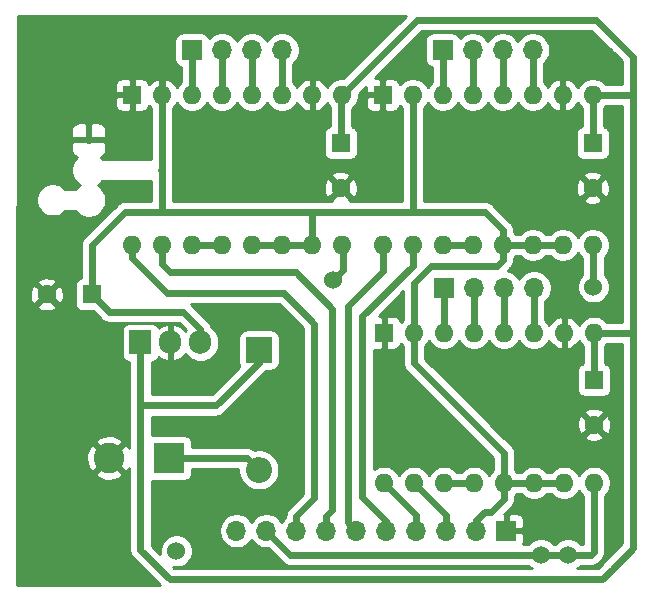
<source format=gbr>
G04 #@! TF.GenerationSoftware,KiCad,Pcbnew,5.1.6-c6e7f7d~87~ubuntu20.04.1*
G04 #@! TF.CreationDate,2020-10-10T13:52:11+02:00*
G04 #@! TF.ProjectId,cnc-shield,636e632d-7368-4696-956c-642e6b696361,rev?*
G04 #@! TF.SameCoordinates,PX2f5b4a8PY699d1c0*
G04 #@! TF.FileFunction,Copper,L1,Top*
G04 #@! TF.FilePolarity,Positive*
%FSLAX46Y46*%
G04 Gerber Fmt 4.6, Leading zero omitted, Abs format (unit mm)*
G04 Created by KiCad (PCBNEW 5.1.6-c6e7f7d~87~ubuntu20.04.1) date 2020-10-10 13:52:11*
%MOMM*%
%LPD*%
G01*
G04 APERTURE LIST*
G04 #@! TA.AperFunction,ComponentPad*
%ADD10C,1.524000*%
G04 #@! TD*
G04 #@! TA.AperFunction,ComponentPad*
%ADD11O,1.700000X1.700000*%
G04 #@! TD*
G04 #@! TA.AperFunction,ComponentPad*
%ADD12R,1.700000X1.700000*%
G04 #@! TD*
G04 #@! TA.AperFunction,ComponentPad*
%ADD13O,1.905000X2.000000*%
G04 #@! TD*
G04 #@! TA.AperFunction,ComponentPad*
%ADD14R,1.905000X2.000000*%
G04 #@! TD*
G04 #@! TA.AperFunction,ComponentPad*
%ADD15C,2.600000*%
G04 #@! TD*
G04 #@! TA.AperFunction,ComponentPad*
%ADD16R,2.600000X2.600000*%
G04 #@! TD*
G04 #@! TA.AperFunction,ComponentPad*
%ADD17O,2.200000X2.200000*%
G04 #@! TD*
G04 #@! TA.AperFunction,ComponentPad*
%ADD18R,2.200000X2.200000*%
G04 #@! TD*
G04 #@! TA.AperFunction,ComponentPad*
%ADD19C,1.600000*%
G04 #@! TD*
G04 #@! TA.AperFunction,ComponentPad*
%ADD20R,1.600000X1.600000*%
G04 #@! TD*
G04 #@! TA.AperFunction,ComponentPad*
%ADD21O,1.600000X1.600000*%
G04 #@! TD*
G04 #@! TA.AperFunction,Conductor*
%ADD22C,0.600000*%
G04 #@! TD*
G04 #@! TA.AperFunction,Conductor*
%ADD23C,0.254000*%
G04 #@! TD*
G04 APERTURE END LIST*
D10*
X45021500Y3238500D03*
X27432000Y26479500D03*
X14160500Y3556000D03*
X6477000Y42164000D03*
X47307500Y3238500D03*
X49466500Y25908000D03*
D11*
X19240500Y5270500D03*
X21780500Y5270500D03*
X24320500Y5270500D03*
X26860500Y5270500D03*
X29400500Y5270500D03*
X31940500Y5270500D03*
X34480500Y5270500D03*
X37020500Y5270500D03*
X39560500Y5270500D03*
D12*
X42100500Y5270500D03*
D13*
X16192500Y21209000D03*
X13652500Y21209000D03*
D14*
X11112500Y21209000D03*
D11*
X23098000Y45974000D03*
X20558000Y45974000D03*
X18018000Y45974000D03*
D12*
X15478000Y45974000D03*
D11*
X44323000Y45974000D03*
X41783000Y45974000D03*
X39243000Y45974000D03*
D12*
X36703000Y45974000D03*
D15*
X8445500Y11430000D03*
D16*
X13525500Y11430000D03*
D11*
X44437000Y25847000D03*
X41897000Y25847000D03*
X39357000Y25847000D03*
D12*
X36817000Y25847000D03*
D11*
X6477000Y45910500D03*
X9017000Y45910500D03*
D12*
X11557000Y45910500D03*
D17*
X21145500Y10414000D03*
D18*
X21145500Y20574000D03*
D19*
X28067000Y34300000D03*
D20*
X28067000Y38100000D03*
D19*
X3185000Y25273000D03*
D20*
X6985000Y25273000D03*
D19*
X49403000Y34300000D03*
D20*
X49403000Y38100000D03*
D19*
X49517000Y14234000D03*
D20*
X49517000Y18034000D03*
D21*
X10398000Y29464000D03*
X28178000Y42164000D03*
X12938000Y29464000D03*
X25638000Y42164000D03*
X15478000Y29464000D03*
X23098000Y42164000D03*
X18018000Y29464000D03*
X20558000Y42164000D03*
X20558000Y29464000D03*
X18018000Y42164000D03*
X23098000Y29464000D03*
X15478000Y42164000D03*
X25638000Y29464000D03*
X12938000Y42164000D03*
X28178000Y29464000D03*
D20*
X10398000Y42164000D03*
D21*
X31623000Y29464000D03*
X49403000Y42164000D03*
X34163000Y29464000D03*
X46863000Y42164000D03*
X36703000Y29464000D03*
X44323000Y42164000D03*
X39243000Y29464000D03*
X41783000Y42164000D03*
X41783000Y29464000D03*
X39243000Y42164000D03*
X44323000Y29464000D03*
X36703000Y42164000D03*
X46863000Y29464000D03*
X34163000Y42164000D03*
X49403000Y29464000D03*
D20*
X31623000Y42164000D03*
D21*
X31737000Y9337000D03*
X49517000Y22037000D03*
X34277000Y9337000D03*
X46977000Y22037000D03*
X36817000Y9337000D03*
X44437000Y22037000D03*
X39357000Y9337000D03*
X41897000Y22037000D03*
X41897000Y9337000D03*
X39357000Y22037000D03*
X44437000Y9337000D03*
X36817000Y22037000D03*
X46977000Y9337000D03*
X34277000Y22037000D03*
X49517000Y9337000D03*
D20*
X31737000Y22037000D03*
D22*
X36817000Y9337000D02*
X39357000Y9337000D01*
X49466500Y29400500D02*
X49403000Y29464000D01*
X49466500Y25908000D02*
X49466500Y29400500D01*
X27432000Y26479500D02*
X28257500Y27305000D01*
X28257500Y29384500D02*
X28178000Y29464000D01*
X28257500Y27305000D02*
X28257500Y29384500D01*
X45021500Y3238500D02*
X47307500Y3238500D01*
X49517000Y4178000D02*
X49517000Y9337000D01*
X49276000Y3238500D02*
X49517000Y3479500D01*
X47307500Y3238500D02*
X49276000Y3238500D01*
X49517000Y3479500D02*
X49517000Y4178000D01*
X23812500Y3238500D02*
X45021500Y3238500D01*
X21780500Y5270500D02*
X23812500Y3238500D01*
X12938000Y42164000D02*
X12938000Y39767000D01*
X41897000Y7988000D02*
X41897000Y9337000D01*
X40767000Y6858000D02*
X41897000Y7988000D01*
X41897000Y9337000D02*
X44437000Y9337000D01*
X44437000Y9337000D02*
X46977000Y9337000D01*
X41783000Y29464000D02*
X44323000Y29464000D01*
X44323000Y29464000D02*
X46863000Y29464000D01*
X20558000Y29464000D02*
X23098000Y29464000D01*
X23098000Y29464000D02*
X25638000Y29464000D01*
X41783000Y29464000D02*
X41783000Y28194000D01*
X41783000Y28194000D02*
X41275000Y27686000D01*
X34277000Y26267002D02*
X34277000Y22037000D01*
X35695998Y27686000D02*
X34277000Y26267002D01*
X41275000Y27686000D02*
X35695998Y27686000D01*
X34277000Y22037000D02*
X34277000Y19444000D01*
X41897000Y11824000D02*
X41897000Y9337000D01*
X34277000Y19444000D02*
X41897000Y11824000D01*
X12827000Y35814000D02*
X12938000Y35925000D01*
X12938000Y35925000D02*
X12938000Y39767000D01*
X25638000Y32147000D02*
X25527000Y32258000D01*
X25638000Y29464000D02*
X25638000Y32147000D01*
X12938000Y32369000D02*
X12827000Y32258000D01*
X12938000Y35925000D02*
X12938000Y32369000D01*
X12827000Y32258000D02*
X25527000Y32258000D01*
X41783000Y30734000D02*
X41783000Y29464000D01*
X40259000Y32258000D02*
X41783000Y30734000D01*
X34163000Y32512000D02*
X34417000Y32258000D01*
X34163000Y42164000D02*
X34163000Y32512000D01*
X34417000Y32258000D02*
X40259000Y32258000D01*
X25527000Y32258000D02*
X34417000Y32258000D01*
X9779000Y32258000D02*
X12827000Y32258000D01*
X6985000Y29464000D02*
X9779000Y32258000D01*
X6985000Y25273000D02*
X6985000Y29464000D01*
X16192500Y21209000D02*
X16192500Y22352000D01*
X16192500Y22352000D02*
X14732000Y23812500D01*
X8445500Y23812500D02*
X6985000Y25273000D01*
X14732000Y23812500D02*
X8445500Y23812500D01*
X39560500Y5270500D02*
X39560500Y5842000D01*
X40767000Y6858000D02*
X40259000Y6858000D01*
X39560500Y6159500D02*
X39560500Y5270500D01*
X40259000Y6858000D02*
X39560500Y6159500D01*
X9017000Y45910500D02*
X9017000Y44132500D01*
X9017000Y44132500D02*
X12954000Y44132500D01*
X12954000Y42180000D02*
X12938000Y42164000D01*
X12954000Y44132500D02*
X12954000Y42180000D01*
X39357000Y25847000D02*
X39357000Y22037000D01*
X36817000Y25847000D02*
X36817000Y22037000D01*
X36703000Y29464000D02*
X39243000Y29464000D01*
X44323000Y45974000D02*
X44323000Y42164000D01*
X41783000Y45974000D02*
X41783000Y42164000D01*
X39243000Y45974000D02*
X39243000Y42164000D01*
X36703000Y45974000D02*
X36703000Y42164000D01*
X15478000Y29464000D02*
X18018000Y29464000D01*
X23098000Y45974000D02*
X23098000Y42164000D01*
X20558000Y45974000D02*
X20558000Y42164000D01*
X18018000Y45974000D02*
X18018000Y42164000D01*
X15478000Y45974000D02*
X15478000Y42164000D01*
X34480500Y6593500D02*
X31737000Y9337000D01*
X34480500Y5270500D02*
X34480500Y6593500D01*
X49403000Y38100000D02*
X49403000Y42164000D01*
X28067000Y42053000D02*
X28178000Y42164000D01*
X28067000Y38100000D02*
X28067000Y42053000D01*
X49517000Y18034000D02*
X49517000Y22037000D01*
X51689000Y46482000D02*
X49657000Y48514000D01*
X49403000Y42164000D02*
X51435000Y42164000D01*
X34528000Y48514000D02*
X49657000Y48514000D01*
X28178000Y42164000D02*
X34528000Y48514000D01*
X11112500Y17653000D02*
X11112500Y21209000D01*
X21145500Y20574000D02*
X21145500Y19494500D01*
X17526000Y15875000D02*
X11112500Y15875000D01*
X21145500Y19494500D02*
X17526000Y15875000D01*
X11112500Y15875000D02*
X11112500Y17653000D01*
X49517000Y22037000D02*
X51628000Y22037000D01*
X51689000Y46482000D02*
X51752500Y46482000D01*
X51752500Y46482000D02*
X52832000Y45402500D01*
X52766000Y22037000D02*
X52832000Y21971000D01*
X51628000Y22037000D02*
X52766000Y22037000D01*
X51435000Y42164000D02*
X52578000Y42164000D01*
X52578000Y42164000D02*
X52832000Y42418000D01*
X52832000Y42418000D02*
X52832000Y21971000D01*
X52832000Y45402500D02*
X52832000Y42418000D01*
X52832000Y21971000D02*
X52832000Y3810000D01*
X50998499Y1976499D02*
X50998499Y1912999D01*
X52832000Y3810000D02*
X50998499Y1976499D01*
X50998499Y1912999D02*
X50228500Y1143000D01*
X50228500Y1143000D02*
X13589000Y1143000D01*
X11112500Y3619500D02*
X11112500Y15875000D01*
X13589000Y1143000D02*
X11112500Y3619500D01*
X37020500Y6593500D02*
X34277000Y9337000D01*
X37020500Y5270500D02*
X37020500Y6593500D01*
X44437000Y25847000D02*
X44437000Y22037000D01*
X41897000Y25847000D02*
X41897000Y22037000D01*
X31623000Y29464000D02*
X31623000Y27241500D01*
X31623000Y27241500D02*
X28702000Y24320500D01*
X28702000Y5969000D02*
X29400500Y5270500D01*
X28702000Y24320500D02*
X28702000Y5969000D01*
X34163000Y28448000D02*
X34163000Y29464000D01*
X31940500Y5270500D02*
X31940500Y6096000D01*
X31940500Y6096000D02*
X29908500Y8128000D01*
X29908500Y8128000D02*
X29908500Y23431500D01*
X34163000Y27686000D02*
X34163000Y28448000D01*
X29908500Y23431500D02*
X34163000Y27686000D01*
X10398000Y28332630D02*
X10398000Y29464000D01*
X13330630Y25400000D02*
X10398000Y28332630D01*
X23241000Y25400000D02*
X13330630Y25400000D01*
X25844500Y8001000D02*
X25844500Y22796500D01*
X24320500Y6477000D02*
X25844500Y8001000D01*
X25844500Y22796500D02*
X23241000Y25400000D01*
X24320500Y5270500D02*
X24320500Y6477000D01*
X12938000Y27829000D02*
X12938000Y29464000D01*
X13589000Y27178000D02*
X12938000Y27829000D01*
X24257000Y27178000D02*
X13589000Y27178000D01*
X27368500Y24066500D02*
X24257000Y27178000D01*
X27368500Y6985000D02*
X27368500Y24066500D01*
X26860500Y6477000D02*
X27368500Y6985000D01*
X26860500Y5270500D02*
X26860500Y6477000D01*
X20129500Y11430000D02*
X21145500Y10414000D01*
X13525500Y11430000D02*
X20129500Y11430000D01*
X6477000Y45910500D02*
X6477000Y42164000D01*
D23*
G36*
X28290711Y43599000D02*
G01*
X28036665Y43599000D01*
X27759426Y43543853D01*
X27498273Y43435680D01*
X27263241Y43278637D01*
X27063363Y43078759D01*
X26906320Y42843727D01*
X26901933Y42833135D01*
X26790385Y43019131D01*
X26601414Y43227519D01*
X26375420Y43395037D01*
X26121087Y43515246D01*
X25987039Y43555904D01*
X25765000Y43433915D01*
X25765000Y42291000D01*
X25785000Y42291000D01*
X25785000Y42037000D01*
X25765000Y42037000D01*
X25765000Y40894085D01*
X25987039Y40772096D01*
X26121087Y40812754D01*
X26375420Y40932963D01*
X26601414Y41100481D01*
X26790385Y41308869D01*
X26901933Y41494865D01*
X26906320Y41484273D01*
X27063363Y41249241D01*
X27132001Y41180603D01*
X27132000Y39522622D01*
X27022820Y39489502D01*
X26912506Y39430537D01*
X26815815Y39351185D01*
X26736463Y39254494D01*
X26677498Y39144180D01*
X26641188Y39024482D01*
X26628928Y38900000D01*
X26628928Y37300000D01*
X26641188Y37175518D01*
X26677498Y37055820D01*
X26736463Y36945506D01*
X26815815Y36848815D01*
X26912506Y36769463D01*
X27022820Y36710498D01*
X27142518Y36674188D01*
X27267000Y36661928D01*
X28867000Y36661928D01*
X28991482Y36674188D01*
X29111180Y36710498D01*
X29221494Y36769463D01*
X29318185Y36848815D01*
X29397537Y36945506D01*
X29456502Y37055820D01*
X29492812Y37175518D01*
X29505072Y37300000D01*
X29505072Y38900000D01*
X29492812Y39024482D01*
X29456502Y39144180D01*
X29397537Y39254494D01*
X29318185Y39351185D01*
X29221494Y39430537D01*
X29111180Y39489502D01*
X29002000Y39522621D01*
X29002000Y40988720D01*
X29092759Y41049363D01*
X29292637Y41249241D01*
X29369316Y41364000D01*
X30184928Y41364000D01*
X30197188Y41239518D01*
X30233498Y41119820D01*
X30292463Y41009506D01*
X30371815Y40912815D01*
X30468506Y40833463D01*
X30578820Y40774498D01*
X30698518Y40738188D01*
X30823000Y40725928D01*
X31337250Y40729000D01*
X31496000Y40887750D01*
X31496000Y42037000D01*
X30346750Y42037000D01*
X30188000Y41878250D01*
X30184928Y41364000D01*
X29369316Y41364000D01*
X29449680Y41484273D01*
X29557853Y41745426D01*
X29613000Y42022665D01*
X29613000Y42276711D01*
X30185613Y42849324D01*
X30188000Y42449750D01*
X30346750Y42291000D01*
X31496000Y42291000D01*
X31496000Y43440250D01*
X31337250Y43599000D01*
X30937676Y43601387D01*
X34915290Y47579000D01*
X49269711Y47579000D01*
X50995370Y45853341D01*
X51024656Y45817656D01*
X51167028Y45700814D01*
X51262344Y45649867D01*
X51897000Y45015211D01*
X51897001Y43099000D01*
X50497396Y43099000D01*
X50317759Y43278637D01*
X50082727Y43435680D01*
X49821574Y43543853D01*
X49544335Y43599000D01*
X49261665Y43599000D01*
X48984426Y43543853D01*
X48723273Y43435680D01*
X48488241Y43278637D01*
X48288363Y43078759D01*
X48131320Y42843727D01*
X48126933Y42833135D01*
X48015385Y43019131D01*
X47826414Y43227519D01*
X47600420Y43395037D01*
X47346087Y43515246D01*
X47212039Y43555904D01*
X46990000Y43433915D01*
X46990000Y42291000D01*
X47010000Y42291000D01*
X47010000Y42037000D01*
X46990000Y42037000D01*
X46990000Y40894085D01*
X47212039Y40772096D01*
X47346087Y40812754D01*
X47600420Y40932963D01*
X47826414Y41100481D01*
X48015385Y41308869D01*
X48126933Y41494865D01*
X48131320Y41484273D01*
X48288363Y41249241D01*
X48468001Y41069603D01*
X48468000Y39522622D01*
X48358820Y39489502D01*
X48248506Y39430537D01*
X48151815Y39351185D01*
X48072463Y39254494D01*
X48013498Y39144180D01*
X47977188Y39024482D01*
X47964928Y38900000D01*
X47964928Y37300000D01*
X47977188Y37175518D01*
X48013498Y37055820D01*
X48072463Y36945506D01*
X48151815Y36848815D01*
X48248506Y36769463D01*
X48358820Y36710498D01*
X48478518Y36674188D01*
X48603000Y36661928D01*
X50203000Y36661928D01*
X50327482Y36674188D01*
X50447180Y36710498D01*
X50557494Y36769463D01*
X50654185Y36848815D01*
X50733537Y36945506D01*
X50792502Y37055820D01*
X50828812Y37175518D01*
X50841072Y37300000D01*
X50841072Y38900000D01*
X50828812Y39024482D01*
X50792502Y39144180D01*
X50733537Y39254494D01*
X50654185Y39351185D01*
X50557494Y39430537D01*
X50447180Y39489502D01*
X50338000Y39522621D01*
X50338000Y41069604D01*
X50497396Y41229000D01*
X51897000Y41229000D01*
X51897001Y22972000D01*
X50611396Y22972000D01*
X50431759Y23151637D01*
X50196727Y23308680D01*
X49935574Y23416853D01*
X49658335Y23472000D01*
X49375665Y23472000D01*
X49098426Y23416853D01*
X48837273Y23308680D01*
X48602241Y23151637D01*
X48402363Y22951759D01*
X48245320Y22716727D01*
X48240933Y22706135D01*
X48129385Y22892131D01*
X47940414Y23100519D01*
X47714420Y23268037D01*
X47460087Y23388246D01*
X47326039Y23428904D01*
X47104000Y23306915D01*
X47104000Y22164000D01*
X47124000Y22164000D01*
X47124000Y21910000D01*
X47104000Y21910000D01*
X47104000Y20767085D01*
X47326039Y20645096D01*
X47460087Y20685754D01*
X47714420Y20805963D01*
X47940414Y20973481D01*
X48129385Y21181869D01*
X48240933Y21367865D01*
X48245320Y21357273D01*
X48402363Y21122241D01*
X48582001Y20942603D01*
X48582000Y19456622D01*
X48472820Y19423502D01*
X48362506Y19364537D01*
X48265815Y19285185D01*
X48186463Y19188494D01*
X48127498Y19078180D01*
X48091188Y18958482D01*
X48078928Y18834000D01*
X48078928Y17234000D01*
X48091188Y17109518D01*
X48127498Y16989820D01*
X48186463Y16879506D01*
X48265815Y16782815D01*
X48362506Y16703463D01*
X48472820Y16644498D01*
X48592518Y16608188D01*
X48717000Y16595928D01*
X50317000Y16595928D01*
X50441482Y16608188D01*
X50561180Y16644498D01*
X50671494Y16703463D01*
X50768185Y16782815D01*
X50847537Y16879506D01*
X50906502Y16989820D01*
X50942812Y17109518D01*
X50955072Y17234000D01*
X50955072Y18834000D01*
X50942812Y18958482D01*
X50906502Y19078180D01*
X50847537Y19188494D01*
X50768185Y19285185D01*
X50671494Y19364537D01*
X50561180Y19423502D01*
X50452000Y19456621D01*
X50452000Y20942604D01*
X50611396Y21102000D01*
X51897000Y21102000D01*
X51897001Y4197290D01*
X50369840Y2670129D01*
X50334155Y2640843D01*
X50217313Y2498470D01*
X50166368Y2403158D01*
X49841211Y2078000D01*
X48085221Y2078000D01*
X48198035Y2153380D01*
X48348155Y2303500D01*
X49230068Y2303500D01*
X49276000Y2298976D01*
X49321932Y2303500D01*
X49459292Y2317029D01*
X49635540Y2370493D01*
X49797972Y2457314D01*
X49940344Y2574156D01*
X49969630Y2609841D01*
X50145660Y2785871D01*
X50181344Y2815156D01*
X50298186Y2957528D01*
X50385007Y3119960D01*
X50438471Y3296208D01*
X50452000Y3433568D01*
X50452000Y3433574D01*
X50456523Y3479499D01*
X50452000Y3525424D01*
X50452000Y8242604D01*
X50631637Y8422241D01*
X50788680Y8657273D01*
X50896853Y8918426D01*
X50952000Y9195665D01*
X50952000Y9478335D01*
X50896853Y9755574D01*
X50788680Y10016727D01*
X50631637Y10251759D01*
X50431759Y10451637D01*
X50196727Y10608680D01*
X49935574Y10716853D01*
X49658335Y10772000D01*
X49375665Y10772000D01*
X49098426Y10716853D01*
X48837273Y10608680D01*
X48602241Y10451637D01*
X48402363Y10251759D01*
X48247000Y10019241D01*
X48091637Y10251759D01*
X47891759Y10451637D01*
X47656727Y10608680D01*
X47395574Y10716853D01*
X47118335Y10772000D01*
X46835665Y10772000D01*
X46558426Y10716853D01*
X46297273Y10608680D01*
X46062241Y10451637D01*
X45882604Y10272000D01*
X45531396Y10272000D01*
X45351759Y10451637D01*
X45116727Y10608680D01*
X44855574Y10716853D01*
X44578335Y10772000D01*
X44295665Y10772000D01*
X44018426Y10716853D01*
X43757273Y10608680D01*
X43522241Y10451637D01*
X43342604Y10272000D01*
X42991396Y10272000D01*
X42832000Y10431396D01*
X42832000Y11778069D01*
X42836524Y11824001D01*
X42818471Y12007293D01*
X42792064Y12094344D01*
X42765007Y12183540D01*
X42678186Y12345972D01*
X42561344Y12488344D01*
X42525666Y12517624D01*
X41801992Y13241298D01*
X48703903Y13241298D01*
X48775486Y12997329D01*
X49030996Y12876429D01*
X49305184Y12807700D01*
X49587512Y12793783D01*
X49867130Y12835213D01*
X50133292Y12930397D01*
X50258514Y12997329D01*
X50330097Y13241298D01*
X49517000Y14054395D01*
X48703903Y13241298D01*
X41801992Y13241298D01*
X40879802Y14163488D01*
X48076783Y14163488D01*
X48118213Y13883870D01*
X48213397Y13617708D01*
X48280329Y13492486D01*
X48524298Y13420903D01*
X49337395Y14234000D01*
X49696605Y14234000D01*
X50509702Y13420903D01*
X50753671Y13492486D01*
X50874571Y13747996D01*
X50943300Y14022184D01*
X50957217Y14304512D01*
X50915787Y14584130D01*
X50820603Y14850292D01*
X50753671Y14975514D01*
X50509702Y15047097D01*
X49696605Y14234000D01*
X49337395Y14234000D01*
X48524298Y15047097D01*
X48280329Y14975514D01*
X48159429Y14720004D01*
X48090700Y14445816D01*
X48076783Y14163488D01*
X40879802Y14163488D01*
X39816588Y15226702D01*
X48703903Y15226702D01*
X49517000Y14413605D01*
X50330097Y15226702D01*
X50258514Y15470671D01*
X50003004Y15591571D01*
X49728816Y15660300D01*
X49446488Y15674217D01*
X49166870Y15632787D01*
X48900708Y15537603D01*
X48775486Y15470671D01*
X48703903Y15226702D01*
X39816588Y15226702D01*
X35212000Y19831289D01*
X35212000Y20942604D01*
X35391637Y21122241D01*
X35547000Y21354759D01*
X35702363Y21122241D01*
X35902241Y20922363D01*
X36137273Y20765320D01*
X36398426Y20657147D01*
X36675665Y20602000D01*
X36958335Y20602000D01*
X37235574Y20657147D01*
X37496727Y20765320D01*
X37731759Y20922363D01*
X37931637Y21122241D01*
X38087000Y21354759D01*
X38242363Y21122241D01*
X38442241Y20922363D01*
X38677273Y20765320D01*
X38938426Y20657147D01*
X39215665Y20602000D01*
X39498335Y20602000D01*
X39775574Y20657147D01*
X40036727Y20765320D01*
X40271759Y20922363D01*
X40471637Y21122241D01*
X40627000Y21354759D01*
X40782363Y21122241D01*
X40982241Y20922363D01*
X41217273Y20765320D01*
X41478426Y20657147D01*
X41755665Y20602000D01*
X42038335Y20602000D01*
X42315574Y20657147D01*
X42576727Y20765320D01*
X42811759Y20922363D01*
X43011637Y21122241D01*
X43167000Y21354759D01*
X43322363Y21122241D01*
X43522241Y20922363D01*
X43757273Y20765320D01*
X44018426Y20657147D01*
X44295665Y20602000D01*
X44578335Y20602000D01*
X44855574Y20657147D01*
X45116727Y20765320D01*
X45351759Y20922363D01*
X45551637Y21122241D01*
X45708680Y21357273D01*
X45713067Y21367865D01*
X45824615Y21181869D01*
X46013586Y20973481D01*
X46239580Y20805963D01*
X46493913Y20685754D01*
X46627961Y20645096D01*
X46850000Y20767085D01*
X46850000Y21910000D01*
X46830000Y21910000D01*
X46830000Y22164000D01*
X46850000Y22164000D01*
X46850000Y23306915D01*
X46627961Y23428904D01*
X46493913Y23388246D01*
X46239580Y23268037D01*
X46013586Y23100519D01*
X45824615Y22892131D01*
X45713067Y22706135D01*
X45708680Y22716727D01*
X45551637Y22951759D01*
X45372000Y23131396D01*
X45372000Y24685753D01*
X45383632Y24693525D01*
X45590475Y24900368D01*
X45752990Y25143589D01*
X45864932Y25413842D01*
X45922000Y25700740D01*
X45922000Y25993260D01*
X45864932Y26280158D01*
X45752990Y26550411D01*
X45590475Y26793632D01*
X45383632Y27000475D01*
X45140411Y27162990D01*
X44870158Y27274932D01*
X44583260Y27332000D01*
X44290740Y27332000D01*
X44003842Y27274932D01*
X43733589Y27162990D01*
X43490368Y27000475D01*
X43283525Y26793632D01*
X43167000Y26619240D01*
X43050475Y26793632D01*
X42843632Y27000475D01*
X42600411Y27162990D01*
X42330158Y27274932D01*
X42210102Y27298813D01*
X42411659Y27500370D01*
X42447344Y27529656D01*
X42564186Y27672028D01*
X42651007Y27834460D01*
X42704471Y28010708D01*
X42718000Y28148068D01*
X42718000Y28148074D01*
X42722523Y28193999D01*
X42718000Y28239924D01*
X42718000Y28369604D01*
X42877396Y28529000D01*
X43228604Y28529000D01*
X43408241Y28349363D01*
X43643273Y28192320D01*
X43904426Y28084147D01*
X44181665Y28029000D01*
X44464335Y28029000D01*
X44741574Y28084147D01*
X45002727Y28192320D01*
X45237759Y28349363D01*
X45417396Y28529000D01*
X45768604Y28529000D01*
X45948241Y28349363D01*
X46183273Y28192320D01*
X46444426Y28084147D01*
X46721665Y28029000D01*
X47004335Y28029000D01*
X47281574Y28084147D01*
X47542727Y28192320D01*
X47777759Y28349363D01*
X47977637Y28549241D01*
X48133000Y28781759D01*
X48288363Y28549241D01*
X48488241Y28349363D01*
X48531501Y28320458D01*
X48531500Y26948655D01*
X48381380Y26798535D01*
X48228495Y26569727D01*
X48123186Y26315490D01*
X48069500Y26045592D01*
X48069500Y25770408D01*
X48123186Y25500510D01*
X48228495Y25246273D01*
X48381380Y25017465D01*
X48575965Y24822880D01*
X48804773Y24669995D01*
X49059010Y24564686D01*
X49328908Y24511000D01*
X49604092Y24511000D01*
X49873990Y24564686D01*
X50128227Y24669995D01*
X50357035Y24822880D01*
X50551620Y25017465D01*
X50704505Y25246273D01*
X50809814Y25500510D01*
X50863500Y25770408D01*
X50863500Y26045592D01*
X50809814Y26315490D01*
X50704505Y26569727D01*
X50551620Y26798535D01*
X50401500Y26948655D01*
X50401500Y28433104D01*
X50517637Y28549241D01*
X50674680Y28784273D01*
X50782853Y29045426D01*
X50838000Y29322665D01*
X50838000Y29605335D01*
X50782853Y29882574D01*
X50674680Y30143727D01*
X50517637Y30378759D01*
X50317759Y30578637D01*
X50082727Y30735680D01*
X49821574Y30843853D01*
X49544335Y30899000D01*
X49261665Y30899000D01*
X48984426Y30843853D01*
X48723273Y30735680D01*
X48488241Y30578637D01*
X48288363Y30378759D01*
X48133000Y30146241D01*
X47977637Y30378759D01*
X47777759Y30578637D01*
X47542727Y30735680D01*
X47281574Y30843853D01*
X47004335Y30899000D01*
X46721665Y30899000D01*
X46444426Y30843853D01*
X46183273Y30735680D01*
X45948241Y30578637D01*
X45768604Y30399000D01*
X45417396Y30399000D01*
X45237759Y30578637D01*
X45002727Y30735680D01*
X44741574Y30843853D01*
X44464335Y30899000D01*
X44181665Y30899000D01*
X43904426Y30843853D01*
X43643273Y30735680D01*
X43408241Y30578637D01*
X43228604Y30399000D01*
X42877396Y30399000D01*
X42718000Y30558396D01*
X42718000Y30688076D01*
X42722523Y30734001D01*
X42718000Y30779926D01*
X42718000Y30779932D01*
X42704471Y30917292D01*
X42651007Y31093540D01*
X42564186Y31255972D01*
X42447344Y31398344D01*
X42411665Y31427624D01*
X40952630Y32886659D01*
X40923344Y32922344D01*
X40780972Y33039186D01*
X40618540Y33126007D01*
X40442292Y33179471D01*
X40304932Y33193000D01*
X40259000Y33197524D01*
X40213068Y33193000D01*
X35098000Y33193000D01*
X35098000Y33307298D01*
X48589903Y33307298D01*
X48661486Y33063329D01*
X48916996Y32942429D01*
X49191184Y32873700D01*
X49473512Y32859783D01*
X49753130Y32901213D01*
X50019292Y32996397D01*
X50144514Y33063329D01*
X50216097Y33307298D01*
X49403000Y34120395D01*
X48589903Y33307298D01*
X35098000Y33307298D01*
X35098000Y34229488D01*
X47962783Y34229488D01*
X48004213Y33949870D01*
X48099397Y33683708D01*
X48166329Y33558486D01*
X48410298Y33486903D01*
X49223395Y34300000D01*
X49582605Y34300000D01*
X50395702Y33486903D01*
X50639671Y33558486D01*
X50760571Y33813996D01*
X50829300Y34088184D01*
X50843217Y34370512D01*
X50801787Y34650130D01*
X50706603Y34916292D01*
X50639671Y35041514D01*
X50395702Y35113097D01*
X49582605Y34300000D01*
X49223395Y34300000D01*
X48410298Y35113097D01*
X48166329Y35041514D01*
X48045429Y34786004D01*
X47976700Y34511816D01*
X47962783Y34229488D01*
X35098000Y34229488D01*
X35098000Y35292702D01*
X48589903Y35292702D01*
X49403000Y34479605D01*
X50216097Y35292702D01*
X50144514Y35536671D01*
X49889004Y35657571D01*
X49614816Y35726300D01*
X49332488Y35740217D01*
X49052870Y35698787D01*
X48786708Y35603603D01*
X48661486Y35536671D01*
X48589903Y35292702D01*
X35098000Y35292702D01*
X35098000Y41069604D01*
X35277637Y41249241D01*
X35433000Y41481759D01*
X35588363Y41249241D01*
X35788241Y41049363D01*
X36023273Y40892320D01*
X36284426Y40784147D01*
X36561665Y40729000D01*
X36844335Y40729000D01*
X37121574Y40784147D01*
X37382727Y40892320D01*
X37617759Y41049363D01*
X37817637Y41249241D01*
X37973000Y41481759D01*
X38128363Y41249241D01*
X38328241Y41049363D01*
X38563273Y40892320D01*
X38824426Y40784147D01*
X39101665Y40729000D01*
X39384335Y40729000D01*
X39661574Y40784147D01*
X39922727Y40892320D01*
X40157759Y41049363D01*
X40357637Y41249241D01*
X40513000Y41481759D01*
X40668363Y41249241D01*
X40868241Y41049363D01*
X41103273Y40892320D01*
X41364426Y40784147D01*
X41641665Y40729000D01*
X41924335Y40729000D01*
X42201574Y40784147D01*
X42462727Y40892320D01*
X42697759Y41049363D01*
X42897637Y41249241D01*
X43053000Y41481759D01*
X43208363Y41249241D01*
X43408241Y41049363D01*
X43643273Y40892320D01*
X43904426Y40784147D01*
X44181665Y40729000D01*
X44464335Y40729000D01*
X44741574Y40784147D01*
X45002727Y40892320D01*
X45237759Y41049363D01*
X45437637Y41249241D01*
X45594680Y41484273D01*
X45599067Y41494865D01*
X45710615Y41308869D01*
X45899586Y41100481D01*
X46125580Y40932963D01*
X46379913Y40812754D01*
X46513961Y40772096D01*
X46736000Y40894085D01*
X46736000Y42037000D01*
X46716000Y42037000D01*
X46716000Y42291000D01*
X46736000Y42291000D01*
X46736000Y43433915D01*
X46513961Y43555904D01*
X46379913Y43515246D01*
X46125580Y43395037D01*
X45899586Y43227519D01*
X45710615Y43019131D01*
X45599067Y42833135D01*
X45594680Y42843727D01*
X45437637Y43078759D01*
X45258000Y43258396D01*
X45258000Y44812753D01*
X45269632Y44820525D01*
X45476475Y45027368D01*
X45638990Y45270589D01*
X45750932Y45540842D01*
X45808000Y45827740D01*
X45808000Y46120260D01*
X45750932Y46407158D01*
X45638990Y46677411D01*
X45476475Y46920632D01*
X45269632Y47127475D01*
X45026411Y47289990D01*
X44756158Y47401932D01*
X44469260Y47459000D01*
X44176740Y47459000D01*
X43889842Y47401932D01*
X43619589Y47289990D01*
X43376368Y47127475D01*
X43169525Y46920632D01*
X43053000Y46746240D01*
X42936475Y46920632D01*
X42729632Y47127475D01*
X42486411Y47289990D01*
X42216158Y47401932D01*
X41929260Y47459000D01*
X41636740Y47459000D01*
X41349842Y47401932D01*
X41079589Y47289990D01*
X40836368Y47127475D01*
X40629525Y46920632D01*
X40513000Y46746240D01*
X40396475Y46920632D01*
X40189632Y47127475D01*
X39946411Y47289990D01*
X39676158Y47401932D01*
X39389260Y47459000D01*
X39096740Y47459000D01*
X38809842Y47401932D01*
X38539589Y47289990D01*
X38296368Y47127475D01*
X38164513Y46995620D01*
X38142502Y47068180D01*
X38083537Y47178494D01*
X38004185Y47275185D01*
X37907494Y47354537D01*
X37797180Y47413502D01*
X37677482Y47449812D01*
X37553000Y47462072D01*
X35853000Y47462072D01*
X35728518Y47449812D01*
X35608820Y47413502D01*
X35498506Y47354537D01*
X35401815Y47275185D01*
X35322463Y47178494D01*
X35263498Y47068180D01*
X35227188Y46948482D01*
X35214928Y46824000D01*
X35214928Y45124000D01*
X35227188Y44999518D01*
X35263498Y44879820D01*
X35322463Y44769506D01*
X35401815Y44672815D01*
X35498506Y44593463D01*
X35608820Y44534498D01*
X35728518Y44498188D01*
X35768000Y44494299D01*
X35768001Y43258397D01*
X35588363Y43078759D01*
X35433000Y42846241D01*
X35277637Y43078759D01*
X35077759Y43278637D01*
X34842727Y43435680D01*
X34581574Y43543853D01*
X34304335Y43599000D01*
X34021665Y43599000D01*
X33744426Y43543853D01*
X33483273Y43435680D01*
X33248241Y43278637D01*
X33049643Y43080039D01*
X33048812Y43088482D01*
X33012502Y43208180D01*
X32953537Y43318494D01*
X32874185Y43415185D01*
X32777494Y43494537D01*
X32667180Y43553502D01*
X32547482Y43589812D01*
X32423000Y43602072D01*
X31908750Y43599000D01*
X31750000Y43440250D01*
X31750000Y42291000D01*
X31770000Y42291000D01*
X31770000Y42037000D01*
X31750000Y42037000D01*
X31750000Y40887750D01*
X31908750Y40729000D01*
X32423000Y40725928D01*
X32547482Y40738188D01*
X32667180Y40774498D01*
X32777494Y40833463D01*
X32874185Y40912815D01*
X32953537Y41009506D01*
X33012502Y41119820D01*
X33048812Y41239518D01*
X33049643Y41247961D01*
X33228000Y41069604D01*
X33228001Y33193000D01*
X28846561Y33193000D01*
X28880097Y33307298D01*
X28067000Y34120395D01*
X27253903Y33307298D01*
X27287439Y33193000D01*
X25572932Y33193000D01*
X25527000Y33197524D01*
X25481068Y33193000D01*
X13873000Y33193000D01*
X13873000Y34229488D01*
X26626783Y34229488D01*
X26668213Y33949870D01*
X26763397Y33683708D01*
X26830329Y33558486D01*
X27074298Y33486903D01*
X27887395Y34300000D01*
X28246605Y34300000D01*
X29059702Y33486903D01*
X29303671Y33558486D01*
X29424571Y33813996D01*
X29493300Y34088184D01*
X29507217Y34370512D01*
X29465787Y34650130D01*
X29370603Y34916292D01*
X29303671Y35041514D01*
X29059702Y35113097D01*
X28246605Y34300000D01*
X27887395Y34300000D01*
X27074298Y35113097D01*
X26830329Y35041514D01*
X26709429Y34786004D01*
X26640700Y34511816D01*
X26626783Y34229488D01*
X13873000Y34229488D01*
X13873000Y35292702D01*
X27253903Y35292702D01*
X28067000Y34479605D01*
X28880097Y35292702D01*
X28808514Y35536671D01*
X28553004Y35657571D01*
X28278816Y35726300D01*
X27996488Y35740217D01*
X27716870Y35698787D01*
X27450708Y35603603D01*
X27325486Y35536671D01*
X27253903Y35292702D01*
X13873000Y35292702D01*
X13873000Y35879069D01*
X13877524Y35925000D01*
X13873000Y35970935D01*
X13873000Y41069604D01*
X14052637Y41249241D01*
X14208000Y41481759D01*
X14363363Y41249241D01*
X14563241Y41049363D01*
X14798273Y40892320D01*
X15059426Y40784147D01*
X15336665Y40729000D01*
X15619335Y40729000D01*
X15896574Y40784147D01*
X16157727Y40892320D01*
X16392759Y41049363D01*
X16592637Y41249241D01*
X16748000Y41481759D01*
X16903363Y41249241D01*
X17103241Y41049363D01*
X17338273Y40892320D01*
X17599426Y40784147D01*
X17876665Y40729000D01*
X18159335Y40729000D01*
X18436574Y40784147D01*
X18697727Y40892320D01*
X18932759Y41049363D01*
X19132637Y41249241D01*
X19288000Y41481759D01*
X19443363Y41249241D01*
X19643241Y41049363D01*
X19878273Y40892320D01*
X20139426Y40784147D01*
X20416665Y40729000D01*
X20699335Y40729000D01*
X20976574Y40784147D01*
X21237727Y40892320D01*
X21472759Y41049363D01*
X21672637Y41249241D01*
X21828000Y41481759D01*
X21983363Y41249241D01*
X22183241Y41049363D01*
X22418273Y40892320D01*
X22679426Y40784147D01*
X22956665Y40729000D01*
X23239335Y40729000D01*
X23516574Y40784147D01*
X23777727Y40892320D01*
X24012759Y41049363D01*
X24212637Y41249241D01*
X24369680Y41484273D01*
X24374067Y41494865D01*
X24485615Y41308869D01*
X24674586Y41100481D01*
X24900580Y40932963D01*
X25154913Y40812754D01*
X25288961Y40772096D01*
X25511000Y40894085D01*
X25511000Y42037000D01*
X25491000Y42037000D01*
X25491000Y42291000D01*
X25511000Y42291000D01*
X25511000Y43433915D01*
X25288961Y43555904D01*
X25154913Y43515246D01*
X24900580Y43395037D01*
X24674586Y43227519D01*
X24485615Y43019131D01*
X24374067Y42833135D01*
X24369680Y42843727D01*
X24212637Y43078759D01*
X24033000Y43258396D01*
X24033000Y44812753D01*
X24044632Y44820525D01*
X24251475Y45027368D01*
X24413990Y45270589D01*
X24525932Y45540842D01*
X24583000Y45827740D01*
X24583000Y46120260D01*
X24525932Y46407158D01*
X24413990Y46677411D01*
X24251475Y46920632D01*
X24044632Y47127475D01*
X23801411Y47289990D01*
X23531158Y47401932D01*
X23244260Y47459000D01*
X22951740Y47459000D01*
X22664842Y47401932D01*
X22394589Y47289990D01*
X22151368Y47127475D01*
X21944525Y46920632D01*
X21828000Y46746240D01*
X21711475Y46920632D01*
X21504632Y47127475D01*
X21261411Y47289990D01*
X20991158Y47401932D01*
X20704260Y47459000D01*
X20411740Y47459000D01*
X20124842Y47401932D01*
X19854589Y47289990D01*
X19611368Y47127475D01*
X19404525Y46920632D01*
X19288000Y46746240D01*
X19171475Y46920632D01*
X18964632Y47127475D01*
X18721411Y47289990D01*
X18451158Y47401932D01*
X18164260Y47459000D01*
X17871740Y47459000D01*
X17584842Y47401932D01*
X17314589Y47289990D01*
X17071368Y47127475D01*
X16939513Y46995620D01*
X16917502Y47068180D01*
X16858537Y47178494D01*
X16779185Y47275185D01*
X16682494Y47354537D01*
X16572180Y47413502D01*
X16452482Y47449812D01*
X16328000Y47462072D01*
X14628000Y47462072D01*
X14503518Y47449812D01*
X14383820Y47413502D01*
X14273506Y47354537D01*
X14176815Y47275185D01*
X14097463Y47178494D01*
X14038498Y47068180D01*
X14002188Y46948482D01*
X13989928Y46824000D01*
X13989928Y45124000D01*
X14002188Y44999518D01*
X14038498Y44879820D01*
X14097463Y44769506D01*
X14176815Y44672815D01*
X14273506Y44593463D01*
X14383820Y44534498D01*
X14503518Y44498188D01*
X14543000Y44494299D01*
X14543001Y43258397D01*
X14363363Y43078759D01*
X14208000Y42846241D01*
X14052637Y43078759D01*
X13852759Y43278637D01*
X13617727Y43435680D01*
X13356574Y43543853D01*
X13079335Y43599000D01*
X12796665Y43599000D01*
X12519426Y43543853D01*
X12258273Y43435680D01*
X12023241Y43278637D01*
X11824643Y43080039D01*
X11823812Y43088482D01*
X11787502Y43208180D01*
X11728537Y43318494D01*
X11649185Y43415185D01*
X11552494Y43494537D01*
X11442180Y43553502D01*
X11322482Y43589812D01*
X11198000Y43602072D01*
X10683750Y43599000D01*
X10525000Y43440250D01*
X10525000Y42291000D01*
X10545000Y42291000D01*
X10545000Y42037000D01*
X10525000Y42037000D01*
X10525000Y40887750D01*
X10683750Y40729000D01*
X11198000Y40725928D01*
X11322482Y40738188D01*
X11442180Y40774498D01*
X11552494Y40833463D01*
X11649185Y40912815D01*
X11728537Y41009506D01*
X11787502Y41119820D01*
X11823812Y41239518D01*
X11824643Y41247961D01*
X12003000Y41069604D01*
X12003001Y39812932D01*
X12003000Y36749000D01*
X7892247Y36749000D01*
X7884475Y36760632D01*
X7752620Y36892487D01*
X7825180Y36914498D01*
X7935494Y36973463D01*
X8032185Y37052815D01*
X8111537Y37149506D01*
X8170502Y37259820D01*
X8206812Y37379518D01*
X8219072Y37504000D01*
X8216000Y38068250D01*
X8057250Y38227000D01*
X6858000Y38227000D01*
X6858000Y38207000D01*
X6604000Y38207000D01*
X6604000Y38227000D01*
X5404750Y38227000D01*
X5246000Y38068250D01*
X5242928Y37504000D01*
X5255188Y37379518D01*
X5291498Y37259820D01*
X5350463Y37149506D01*
X5429815Y37052815D01*
X5526506Y36973463D01*
X5636820Y36914498D01*
X5709380Y36892487D01*
X5577525Y36760632D01*
X5415010Y36517411D01*
X5303068Y36247158D01*
X5246000Y35960260D01*
X5246000Y35667740D01*
X5303068Y35380842D01*
X5415010Y35110589D01*
X5577525Y34867368D01*
X5784368Y34660525D01*
X5958760Y34544000D01*
X5784368Y34427475D01*
X5577525Y34220632D01*
X5569753Y34209000D01*
X4723655Y34209000D01*
X4573535Y34359120D01*
X4344727Y34512005D01*
X4090490Y34617314D01*
X3820592Y34671000D01*
X3545408Y34671000D01*
X3275510Y34617314D01*
X3021273Y34512005D01*
X2792465Y34359120D01*
X2597880Y34164535D01*
X2444995Y33935727D01*
X2339686Y33681490D01*
X2286000Y33411592D01*
X2286000Y33136408D01*
X2339686Y32866510D01*
X2444995Y32612273D01*
X2597880Y32383465D01*
X2792465Y32188880D01*
X3021273Y32035995D01*
X3275510Y31930686D01*
X3545408Y31877000D01*
X3820592Y31877000D01*
X4090490Y31930686D01*
X4344727Y32035995D01*
X4573535Y32188880D01*
X4723655Y32339000D01*
X5569753Y32339000D01*
X5577525Y32327368D01*
X5784368Y32120525D01*
X6027589Y31958010D01*
X6297842Y31846068D01*
X6584740Y31789000D01*
X6877260Y31789000D01*
X7164158Y31846068D01*
X7434411Y31958010D01*
X7677632Y32120525D01*
X7884475Y32327368D01*
X8046990Y32570589D01*
X8158932Y32840842D01*
X8216000Y33127740D01*
X8216000Y33420260D01*
X8158932Y33707158D01*
X8046990Y33977411D01*
X7884475Y34220632D01*
X7677632Y34427475D01*
X7503240Y34544000D01*
X7677632Y34660525D01*
X7884475Y34867368D01*
X7892247Y34879000D01*
X12003000Y34879000D01*
X12003001Y33193000D01*
X9824935Y33193000D01*
X9779000Y33197524D01*
X9595708Y33179472D01*
X9419459Y33126007D01*
X9362880Y33095765D01*
X9257028Y33039186D01*
X9114656Y32922344D01*
X9085370Y32886659D01*
X6356336Y30157625D01*
X6320657Y30128344D01*
X6203815Y29985972D01*
X6161322Y29906472D01*
X6116994Y29823540D01*
X6063529Y29647291D01*
X6045476Y29464000D01*
X6050001Y29418058D01*
X6050000Y26695622D01*
X5940820Y26662502D01*
X5830506Y26603537D01*
X5733815Y26524185D01*
X5654463Y26427494D01*
X5595498Y26317180D01*
X5559188Y26197482D01*
X5546928Y26073000D01*
X5546928Y24473000D01*
X5559188Y24348518D01*
X5595498Y24228820D01*
X5654463Y24118506D01*
X5733815Y24021815D01*
X5830506Y23942463D01*
X5940820Y23883498D01*
X6060518Y23847188D01*
X6185000Y23834928D01*
X7100783Y23834928D01*
X7751870Y23183841D01*
X7781156Y23148156D01*
X7923528Y23031314D01*
X8085960Y22944493D01*
X8216132Y22905006D01*
X8262208Y22891029D01*
X8445500Y22872976D01*
X8491432Y22877500D01*
X14344711Y22877500D01*
X14962311Y22259900D01*
X14917338Y22205100D01*
X14761937Y22390315D01*
X14519423Y22584969D01*
X14243594Y22728571D01*
X14025480Y22799563D01*
X13779500Y22679594D01*
X13779500Y21336000D01*
X13799500Y21336000D01*
X13799500Y21082000D01*
X13779500Y21082000D01*
X13779500Y19738406D01*
X14025480Y19618437D01*
X14243594Y19689429D01*
X14519423Y19833031D01*
X14761937Y20027685D01*
X14917337Y20212899D01*
X15064537Y20033537D01*
X15306266Y19835155D01*
X15582052Y19687745D01*
X15881297Y19596970D01*
X16192500Y19566319D01*
X16503704Y19596970D01*
X16802949Y19687745D01*
X17078735Y19835155D01*
X17320463Y20033537D01*
X17518845Y20275266D01*
X17666255Y20551052D01*
X17757030Y20850297D01*
X17780000Y21083515D01*
X17780000Y21334486D01*
X17757030Y21567704D01*
X17666255Y21866949D01*
X17518845Y22142735D01*
X17320463Y22384463D01*
X17106444Y22560104D01*
X17090335Y22613209D01*
X17060507Y22711540D01*
X16973686Y22873972D01*
X16856844Y23016344D01*
X16821159Y23045630D01*
X15425630Y24441159D01*
X15406064Y24465000D01*
X22853711Y24465000D01*
X24909501Y22409209D01*
X24909500Y8388290D01*
X23691836Y7170625D01*
X23656157Y7141344D01*
X23539315Y6998972D01*
X23474220Y6877186D01*
X23452494Y6836540D01*
X23399029Y6660291D01*
X23380976Y6477000D01*
X23385437Y6431705D01*
X23373868Y6423975D01*
X23167025Y6217132D01*
X23050500Y6042740D01*
X22933975Y6217132D01*
X22727132Y6423975D01*
X22483911Y6586490D01*
X22213658Y6698432D01*
X21926760Y6755500D01*
X21634240Y6755500D01*
X21347342Y6698432D01*
X21077089Y6586490D01*
X20833868Y6423975D01*
X20627025Y6217132D01*
X20510500Y6042740D01*
X20393975Y6217132D01*
X20187132Y6423975D01*
X19943911Y6586490D01*
X19673658Y6698432D01*
X19386760Y6755500D01*
X19094240Y6755500D01*
X18807342Y6698432D01*
X18537089Y6586490D01*
X18293868Y6423975D01*
X18087025Y6217132D01*
X17924510Y5973911D01*
X17812568Y5703658D01*
X17755500Y5416760D01*
X17755500Y5124240D01*
X17812568Y4837342D01*
X17924510Y4567089D01*
X18087025Y4323868D01*
X18293868Y4117025D01*
X18537089Y3954510D01*
X18807342Y3842568D01*
X19094240Y3785500D01*
X19386760Y3785500D01*
X19673658Y3842568D01*
X19943911Y3954510D01*
X20187132Y4117025D01*
X20393975Y4323868D01*
X20510500Y4498260D01*
X20627025Y4323868D01*
X20833868Y4117025D01*
X21077089Y3954510D01*
X21347342Y3842568D01*
X21634240Y3785500D01*
X21926760Y3785500D01*
X21940482Y3788229D01*
X23118870Y2609841D01*
X23148156Y2574156D01*
X23290528Y2457314D01*
X23452960Y2370493D01*
X23626024Y2317995D01*
X23629208Y2317029D01*
X23812500Y2298976D01*
X23858432Y2303500D01*
X43980845Y2303500D01*
X44130965Y2153380D01*
X44243779Y2078000D01*
X13976289Y2078000D01*
X13863601Y2190688D01*
X14022908Y2159000D01*
X14298092Y2159000D01*
X14567990Y2212686D01*
X14822227Y2317995D01*
X15051035Y2470880D01*
X15245620Y2665465D01*
X15398505Y2894273D01*
X15503814Y3148510D01*
X15557500Y3418408D01*
X15557500Y3693592D01*
X15503814Y3963490D01*
X15398505Y4217727D01*
X15245620Y4446535D01*
X15051035Y4641120D01*
X14822227Y4794005D01*
X14567990Y4899314D01*
X14298092Y4953000D01*
X14022908Y4953000D01*
X13753010Y4899314D01*
X13498773Y4794005D01*
X13269965Y4641120D01*
X13075380Y4446535D01*
X12922495Y4217727D01*
X12817186Y3963490D01*
X12763500Y3693592D01*
X12763500Y3418408D01*
X12795188Y3259101D01*
X12047500Y4006789D01*
X12047500Y9520423D01*
X12101018Y9504188D01*
X12225500Y9491928D01*
X14825500Y9491928D01*
X14949982Y9504188D01*
X15069680Y9540498D01*
X15179994Y9599463D01*
X15276685Y9678815D01*
X15356037Y9775506D01*
X15415002Y9885820D01*
X15451312Y10005518D01*
X15463572Y10130000D01*
X15463572Y10495000D01*
X19410500Y10495000D01*
X19410500Y10243117D01*
X19477175Y9907919D01*
X19607963Y9592169D01*
X19797837Y9308002D01*
X20039502Y9066337D01*
X20323669Y8876463D01*
X20639419Y8745675D01*
X20974617Y8679000D01*
X21316383Y8679000D01*
X21651581Y8745675D01*
X21967331Y8876463D01*
X22251498Y9066337D01*
X22493163Y9308002D01*
X22683037Y9592169D01*
X22813825Y9907919D01*
X22880500Y10243117D01*
X22880500Y10584883D01*
X22813825Y10920081D01*
X22683037Y11235831D01*
X22493163Y11519998D01*
X22251498Y11761663D01*
X21967331Y11951537D01*
X21651581Y12082325D01*
X21316383Y12149000D01*
X20974617Y12149000D01*
X20775505Y12109394D01*
X20651472Y12211186D01*
X20489040Y12298007D01*
X20312792Y12351471D01*
X20175432Y12365000D01*
X20129500Y12369524D01*
X20083568Y12365000D01*
X15463572Y12365000D01*
X15463572Y12730000D01*
X15451312Y12854482D01*
X15415002Y12974180D01*
X15356037Y13084494D01*
X15276685Y13181185D01*
X15179994Y13260537D01*
X15069680Y13319502D01*
X14949982Y13355812D01*
X14825500Y13368072D01*
X12225500Y13368072D01*
X12101018Y13355812D01*
X12047500Y13339577D01*
X12047500Y14940000D01*
X17480068Y14940000D01*
X17526000Y14935476D01*
X17571932Y14940000D01*
X17709292Y14953529D01*
X17885540Y15006993D01*
X18047972Y15093814D01*
X18190344Y15210656D01*
X18219630Y15246341D01*
X21774164Y18800874D01*
X21809844Y18830156D01*
X21814581Y18835928D01*
X22245500Y18835928D01*
X22369982Y18848188D01*
X22489680Y18884498D01*
X22599994Y18943463D01*
X22696685Y19022815D01*
X22776037Y19119506D01*
X22835002Y19229820D01*
X22871312Y19349518D01*
X22883572Y19474000D01*
X22883572Y21674000D01*
X22871312Y21798482D01*
X22835002Y21918180D01*
X22776037Y22028494D01*
X22696685Y22125185D01*
X22599994Y22204537D01*
X22489680Y22263502D01*
X22369982Y22299812D01*
X22245500Y22312072D01*
X20045500Y22312072D01*
X19921018Y22299812D01*
X19801320Y22263502D01*
X19691006Y22204537D01*
X19594315Y22125185D01*
X19514963Y22028494D01*
X19455998Y21918180D01*
X19419688Y21798482D01*
X19407428Y21674000D01*
X19407428Y19474000D01*
X19419688Y19349518D01*
X19455998Y19229820D01*
X19491713Y19163003D01*
X17138711Y16810000D01*
X12047500Y16810000D01*
X12047500Y19570928D01*
X12065000Y19570928D01*
X12189482Y19583188D01*
X12309180Y19619498D01*
X12419494Y19678463D01*
X12516185Y19757815D01*
X12595537Y19854506D01*
X12644559Y19946219D01*
X12785577Y19833031D01*
X13061406Y19689429D01*
X13279520Y19618437D01*
X13525500Y19738406D01*
X13525500Y21082000D01*
X13505500Y21082000D01*
X13505500Y21336000D01*
X13525500Y21336000D01*
X13525500Y22679594D01*
X13279520Y22799563D01*
X13061406Y22728571D01*
X12785577Y22584969D01*
X12644559Y22471781D01*
X12595537Y22563494D01*
X12516185Y22660185D01*
X12419494Y22739537D01*
X12309180Y22798502D01*
X12189482Y22834812D01*
X12065000Y22847072D01*
X10160000Y22847072D01*
X10035518Y22834812D01*
X9915820Y22798502D01*
X9805506Y22739537D01*
X9708815Y22660185D01*
X9629463Y22563494D01*
X9570498Y22453180D01*
X9534188Y22333482D01*
X9521928Y22209000D01*
X9521928Y20209000D01*
X9534188Y20084518D01*
X9570498Y19964820D01*
X9629463Y19854506D01*
X9708815Y19757815D01*
X9805506Y19678463D01*
X9915820Y19619498D01*
X10035518Y19583188D01*
X10160000Y19570928D01*
X10177501Y19570928D01*
X10177500Y17607069D01*
X10177501Y17607059D01*
X10177500Y15920933D01*
X10172976Y15875000D01*
X10177501Y15829058D01*
X10177501Y12303630D01*
X10089812Y12467683D01*
X9794724Y12599619D01*
X8625105Y11430000D01*
X9794724Y10260381D01*
X10089812Y10392317D01*
X10177501Y10567198D01*
X10177500Y3665432D01*
X10172976Y3619500D01*
X10177500Y3573569D01*
X10191029Y3436209D01*
X10244493Y3259961D01*
X10331314Y3097529D01*
X10448156Y2955156D01*
X10483841Y2925870D01*
X12749711Y660000D01*
X660846Y660000D01*
X672923Y10080776D01*
X7275881Y10080776D01*
X7407817Y9785688D01*
X7748545Y9614841D01*
X8116057Y9513750D01*
X8496229Y9486299D01*
X8874451Y9533543D01*
X9236190Y9653667D01*
X9483183Y9785688D01*
X9615119Y10080776D01*
X8445500Y11250395D01*
X7275881Y10080776D01*
X672923Y10080776D01*
X674588Y11379271D01*
X6501799Y11379271D01*
X6549043Y11001049D01*
X6669167Y10639310D01*
X6801188Y10392317D01*
X7096276Y10260381D01*
X8265895Y11430000D01*
X7096276Y12599619D01*
X6801188Y12467683D01*
X6630341Y12126955D01*
X6529250Y11759443D01*
X6501799Y11379271D01*
X674588Y11379271D01*
X676382Y12779224D01*
X7275881Y12779224D01*
X8445500Y11609605D01*
X9615119Y12779224D01*
X9483183Y13074312D01*
X9142455Y13245159D01*
X8774943Y13346250D01*
X8394771Y13373701D01*
X8016549Y13326457D01*
X7654810Y13206333D01*
X7407817Y13074312D01*
X7275881Y12779224D01*
X676382Y12779224D01*
X691127Y24280298D01*
X2371903Y24280298D01*
X2443486Y24036329D01*
X2698996Y23915429D01*
X2973184Y23846700D01*
X3255512Y23832783D01*
X3535130Y23874213D01*
X3801292Y23969397D01*
X3926514Y24036329D01*
X3998097Y24280298D01*
X3185000Y25093395D01*
X2371903Y24280298D01*
X691127Y24280298D01*
X692310Y25202488D01*
X1744783Y25202488D01*
X1786213Y24922870D01*
X1881397Y24656708D01*
X1948329Y24531486D01*
X2192298Y24459903D01*
X3005395Y25273000D01*
X3364605Y25273000D01*
X4177702Y24459903D01*
X4421671Y24531486D01*
X4542571Y24786996D01*
X4611300Y25061184D01*
X4625217Y25343512D01*
X4583787Y25623130D01*
X4488603Y25889292D01*
X4421671Y26014514D01*
X4177702Y26086097D01*
X3364605Y25273000D01*
X3005395Y25273000D01*
X2192298Y26086097D01*
X1948329Y26014514D01*
X1827429Y25759004D01*
X1758700Y25484816D01*
X1744783Y25202488D01*
X692310Y25202488D01*
X693673Y26265702D01*
X2371903Y26265702D01*
X3185000Y25452605D01*
X3998097Y26265702D01*
X3926514Y26509671D01*
X3671004Y26630571D01*
X3396816Y26699300D01*
X3114488Y26713217D01*
X2834870Y26671787D01*
X2568708Y26576603D01*
X2443486Y26509671D01*
X2371903Y26265702D01*
X693673Y26265702D01*
X710261Y39204000D01*
X5242928Y39204000D01*
X5246000Y38639750D01*
X5404750Y38481000D01*
X6604000Y38481000D01*
X6604000Y39680250D01*
X6858000Y39680250D01*
X6858000Y38481000D01*
X8057250Y38481000D01*
X8216000Y38639750D01*
X8219072Y39204000D01*
X8206812Y39328482D01*
X8170502Y39448180D01*
X8111537Y39558494D01*
X8032185Y39655185D01*
X7935494Y39734537D01*
X7825180Y39793502D01*
X7705482Y39829812D01*
X7581000Y39842072D01*
X7016750Y39839000D01*
X6858000Y39680250D01*
X6604000Y39680250D01*
X6445250Y39839000D01*
X5881000Y39842072D01*
X5756518Y39829812D01*
X5636820Y39793502D01*
X5526506Y39734537D01*
X5429815Y39655185D01*
X5350463Y39558494D01*
X5291498Y39448180D01*
X5255188Y39328482D01*
X5242928Y39204000D01*
X710261Y39204000D01*
X713030Y41364000D01*
X8959928Y41364000D01*
X8972188Y41239518D01*
X9008498Y41119820D01*
X9067463Y41009506D01*
X9146815Y40912815D01*
X9243506Y40833463D01*
X9353820Y40774498D01*
X9473518Y40738188D01*
X9598000Y40725928D01*
X10112250Y40729000D01*
X10271000Y40887750D01*
X10271000Y42037000D01*
X9121750Y42037000D01*
X8963000Y41878250D01*
X8959928Y41364000D01*
X713030Y41364000D01*
X715081Y42964000D01*
X8959928Y42964000D01*
X8963000Y42449750D01*
X9121750Y42291000D01*
X10271000Y42291000D01*
X10271000Y43440250D01*
X10112250Y43599000D01*
X9598000Y43602072D01*
X9473518Y43589812D01*
X9353820Y43553502D01*
X9243506Y43494537D01*
X9146815Y43415185D01*
X9067463Y43318494D01*
X9008498Y43208180D01*
X8972188Y43088482D01*
X8959928Y42964000D01*
X715081Y42964000D01*
X722654Y48870000D01*
X33561710Y48870000D01*
X28290711Y43599000D01*
G37*
X28290711Y43599000D02*
X28036665Y43599000D01*
X27759426Y43543853D01*
X27498273Y43435680D01*
X27263241Y43278637D01*
X27063363Y43078759D01*
X26906320Y42843727D01*
X26901933Y42833135D01*
X26790385Y43019131D01*
X26601414Y43227519D01*
X26375420Y43395037D01*
X26121087Y43515246D01*
X25987039Y43555904D01*
X25765000Y43433915D01*
X25765000Y42291000D01*
X25785000Y42291000D01*
X25785000Y42037000D01*
X25765000Y42037000D01*
X25765000Y40894085D01*
X25987039Y40772096D01*
X26121087Y40812754D01*
X26375420Y40932963D01*
X26601414Y41100481D01*
X26790385Y41308869D01*
X26901933Y41494865D01*
X26906320Y41484273D01*
X27063363Y41249241D01*
X27132001Y41180603D01*
X27132000Y39522622D01*
X27022820Y39489502D01*
X26912506Y39430537D01*
X26815815Y39351185D01*
X26736463Y39254494D01*
X26677498Y39144180D01*
X26641188Y39024482D01*
X26628928Y38900000D01*
X26628928Y37300000D01*
X26641188Y37175518D01*
X26677498Y37055820D01*
X26736463Y36945506D01*
X26815815Y36848815D01*
X26912506Y36769463D01*
X27022820Y36710498D01*
X27142518Y36674188D01*
X27267000Y36661928D01*
X28867000Y36661928D01*
X28991482Y36674188D01*
X29111180Y36710498D01*
X29221494Y36769463D01*
X29318185Y36848815D01*
X29397537Y36945506D01*
X29456502Y37055820D01*
X29492812Y37175518D01*
X29505072Y37300000D01*
X29505072Y38900000D01*
X29492812Y39024482D01*
X29456502Y39144180D01*
X29397537Y39254494D01*
X29318185Y39351185D01*
X29221494Y39430537D01*
X29111180Y39489502D01*
X29002000Y39522621D01*
X29002000Y40988720D01*
X29092759Y41049363D01*
X29292637Y41249241D01*
X29369316Y41364000D01*
X30184928Y41364000D01*
X30197188Y41239518D01*
X30233498Y41119820D01*
X30292463Y41009506D01*
X30371815Y40912815D01*
X30468506Y40833463D01*
X30578820Y40774498D01*
X30698518Y40738188D01*
X30823000Y40725928D01*
X31337250Y40729000D01*
X31496000Y40887750D01*
X31496000Y42037000D01*
X30346750Y42037000D01*
X30188000Y41878250D01*
X30184928Y41364000D01*
X29369316Y41364000D01*
X29449680Y41484273D01*
X29557853Y41745426D01*
X29613000Y42022665D01*
X29613000Y42276711D01*
X30185613Y42849324D01*
X30188000Y42449750D01*
X30346750Y42291000D01*
X31496000Y42291000D01*
X31496000Y43440250D01*
X31337250Y43599000D01*
X30937676Y43601387D01*
X34915290Y47579000D01*
X49269711Y47579000D01*
X50995370Y45853341D01*
X51024656Y45817656D01*
X51167028Y45700814D01*
X51262344Y45649867D01*
X51897000Y45015211D01*
X51897001Y43099000D01*
X50497396Y43099000D01*
X50317759Y43278637D01*
X50082727Y43435680D01*
X49821574Y43543853D01*
X49544335Y43599000D01*
X49261665Y43599000D01*
X48984426Y43543853D01*
X48723273Y43435680D01*
X48488241Y43278637D01*
X48288363Y43078759D01*
X48131320Y42843727D01*
X48126933Y42833135D01*
X48015385Y43019131D01*
X47826414Y43227519D01*
X47600420Y43395037D01*
X47346087Y43515246D01*
X47212039Y43555904D01*
X46990000Y43433915D01*
X46990000Y42291000D01*
X47010000Y42291000D01*
X47010000Y42037000D01*
X46990000Y42037000D01*
X46990000Y40894085D01*
X47212039Y40772096D01*
X47346087Y40812754D01*
X47600420Y40932963D01*
X47826414Y41100481D01*
X48015385Y41308869D01*
X48126933Y41494865D01*
X48131320Y41484273D01*
X48288363Y41249241D01*
X48468001Y41069603D01*
X48468000Y39522622D01*
X48358820Y39489502D01*
X48248506Y39430537D01*
X48151815Y39351185D01*
X48072463Y39254494D01*
X48013498Y39144180D01*
X47977188Y39024482D01*
X47964928Y38900000D01*
X47964928Y37300000D01*
X47977188Y37175518D01*
X48013498Y37055820D01*
X48072463Y36945506D01*
X48151815Y36848815D01*
X48248506Y36769463D01*
X48358820Y36710498D01*
X48478518Y36674188D01*
X48603000Y36661928D01*
X50203000Y36661928D01*
X50327482Y36674188D01*
X50447180Y36710498D01*
X50557494Y36769463D01*
X50654185Y36848815D01*
X50733537Y36945506D01*
X50792502Y37055820D01*
X50828812Y37175518D01*
X50841072Y37300000D01*
X50841072Y38900000D01*
X50828812Y39024482D01*
X50792502Y39144180D01*
X50733537Y39254494D01*
X50654185Y39351185D01*
X50557494Y39430537D01*
X50447180Y39489502D01*
X50338000Y39522621D01*
X50338000Y41069604D01*
X50497396Y41229000D01*
X51897000Y41229000D01*
X51897001Y22972000D01*
X50611396Y22972000D01*
X50431759Y23151637D01*
X50196727Y23308680D01*
X49935574Y23416853D01*
X49658335Y23472000D01*
X49375665Y23472000D01*
X49098426Y23416853D01*
X48837273Y23308680D01*
X48602241Y23151637D01*
X48402363Y22951759D01*
X48245320Y22716727D01*
X48240933Y22706135D01*
X48129385Y22892131D01*
X47940414Y23100519D01*
X47714420Y23268037D01*
X47460087Y23388246D01*
X47326039Y23428904D01*
X47104000Y23306915D01*
X47104000Y22164000D01*
X47124000Y22164000D01*
X47124000Y21910000D01*
X47104000Y21910000D01*
X47104000Y20767085D01*
X47326039Y20645096D01*
X47460087Y20685754D01*
X47714420Y20805963D01*
X47940414Y20973481D01*
X48129385Y21181869D01*
X48240933Y21367865D01*
X48245320Y21357273D01*
X48402363Y21122241D01*
X48582001Y20942603D01*
X48582000Y19456622D01*
X48472820Y19423502D01*
X48362506Y19364537D01*
X48265815Y19285185D01*
X48186463Y19188494D01*
X48127498Y19078180D01*
X48091188Y18958482D01*
X48078928Y18834000D01*
X48078928Y17234000D01*
X48091188Y17109518D01*
X48127498Y16989820D01*
X48186463Y16879506D01*
X48265815Y16782815D01*
X48362506Y16703463D01*
X48472820Y16644498D01*
X48592518Y16608188D01*
X48717000Y16595928D01*
X50317000Y16595928D01*
X50441482Y16608188D01*
X50561180Y16644498D01*
X50671494Y16703463D01*
X50768185Y16782815D01*
X50847537Y16879506D01*
X50906502Y16989820D01*
X50942812Y17109518D01*
X50955072Y17234000D01*
X50955072Y18834000D01*
X50942812Y18958482D01*
X50906502Y19078180D01*
X50847537Y19188494D01*
X50768185Y19285185D01*
X50671494Y19364537D01*
X50561180Y19423502D01*
X50452000Y19456621D01*
X50452000Y20942604D01*
X50611396Y21102000D01*
X51897000Y21102000D01*
X51897001Y4197290D01*
X50369840Y2670129D01*
X50334155Y2640843D01*
X50217313Y2498470D01*
X50166368Y2403158D01*
X49841211Y2078000D01*
X48085221Y2078000D01*
X48198035Y2153380D01*
X48348155Y2303500D01*
X49230068Y2303500D01*
X49276000Y2298976D01*
X49321932Y2303500D01*
X49459292Y2317029D01*
X49635540Y2370493D01*
X49797972Y2457314D01*
X49940344Y2574156D01*
X49969630Y2609841D01*
X50145660Y2785871D01*
X50181344Y2815156D01*
X50298186Y2957528D01*
X50385007Y3119960D01*
X50438471Y3296208D01*
X50452000Y3433568D01*
X50452000Y3433574D01*
X50456523Y3479499D01*
X50452000Y3525424D01*
X50452000Y8242604D01*
X50631637Y8422241D01*
X50788680Y8657273D01*
X50896853Y8918426D01*
X50952000Y9195665D01*
X50952000Y9478335D01*
X50896853Y9755574D01*
X50788680Y10016727D01*
X50631637Y10251759D01*
X50431759Y10451637D01*
X50196727Y10608680D01*
X49935574Y10716853D01*
X49658335Y10772000D01*
X49375665Y10772000D01*
X49098426Y10716853D01*
X48837273Y10608680D01*
X48602241Y10451637D01*
X48402363Y10251759D01*
X48247000Y10019241D01*
X48091637Y10251759D01*
X47891759Y10451637D01*
X47656727Y10608680D01*
X47395574Y10716853D01*
X47118335Y10772000D01*
X46835665Y10772000D01*
X46558426Y10716853D01*
X46297273Y10608680D01*
X46062241Y10451637D01*
X45882604Y10272000D01*
X45531396Y10272000D01*
X45351759Y10451637D01*
X45116727Y10608680D01*
X44855574Y10716853D01*
X44578335Y10772000D01*
X44295665Y10772000D01*
X44018426Y10716853D01*
X43757273Y10608680D01*
X43522241Y10451637D01*
X43342604Y10272000D01*
X42991396Y10272000D01*
X42832000Y10431396D01*
X42832000Y11778069D01*
X42836524Y11824001D01*
X42818471Y12007293D01*
X42792064Y12094344D01*
X42765007Y12183540D01*
X42678186Y12345972D01*
X42561344Y12488344D01*
X42525666Y12517624D01*
X41801992Y13241298D01*
X48703903Y13241298D01*
X48775486Y12997329D01*
X49030996Y12876429D01*
X49305184Y12807700D01*
X49587512Y12793783D01*
X49867130Y12835213D01*
X50133292Y12930397D01*
X50258514Y12997329D01*
X50330097Y13241298D01*
X49517000Y14054395D01*
X48703903Y13241298D01*
X41801992Y13241298D01*
X40879802Y14163488D01*
X48076783Y14163488D01*
X48118213Y13883870D01*
X48213397Y13617708D01*
X48280329Y13492486D01*
X48524298Y13420903D01*
X49337395Y14234000D01*
X49696605Y14234000D01*
X50509702Y13420903D01*
X50753671Y13492486D01*
X50874571Y13747996D01*
X50943300Y14022184D01*
X50957217Y14304512D01*
X50915787Y14584130D01*
X50820603Y14850292D01*
X50753671Y14975514D01*
X50509702Y15047097D01*
X49696605Y14234000D01*
X49337395Y14234000D01*
X48524298Y15047097D01*
X48280329Y14975514D01*
X48159429Y14720004D01*
X48090700Y14445816D01*
X48076783Y14163488D01*
X40879802Y14163488D01*
X39816588Y15226702D01*
X48703903Y15226702D01*
X49517000Y14413605D01*
X50330097Y15226702D01*
X50258514Y15470671D01*
X50003004Y15591571D01*
X49728816Y15660300D01*
X49446488Y15674217D01*
X49166870Y15632787D01*
X48900708Y15537603D01*
X48775486Y15470671D01*
X48703903Y15226702D01*
X39816588Y15226702D01*
X35212000Y19831289D01*
X35212000Y20942604D01*
X35391637Y21122241D01*
X35547000Y21354759D01*
X35702363Y21122241D01*
X35902241Y20922363D01*
X36137273Y20765320D01*
X36398426Y20657147D01*
X36675665Y20602000D01*
X36958335Y20602000D01*
X37235574Y20657147D01*
X37496727Y20765320D01*
X37731759Y20922363D01*
X37931637Y21122241D01*
X38087000Y21354759D01*
X38242363Y21122241D01*
X38442241Y20922363D01*
X38677273Y20765320D01*
X38938426Y20657147D01*
X39215665Y20602000D01*
X39498335Y20602000D01*
X39775574Y20657147D01*
X40036727Y20765320D01*
X40271759Y20922363D01*
X40471637Y21122241D01*
X40627000Y21354759D01*
X40782363Y21122241D01*
X40982241Y20922363D01*
X41217273Y20765320D01*
X41478426Y20657147D01*
X41755665Y20602000D01*
X42038335Y20602000D01*
X42315574Y20657147D01*
X42576727Y20765320D01*
X42811759Y20922363D01*
X43011637Y21122241D01*
X43167000Y21354759D01*
X43322363Y21122241D01*
X43522241Y20922363D01*
X43757273Y20765320D01*
X44018426Y20657147D01*
X44295665Y20602000D01*
X44578335Y20602000D01*
X44855574Y20657147D01*
X45116727Y20765320D01*
X45351759Y20922363D01*
X45551637Y21122241D01*
X45708680Y21357273D01*
X45713067Y21367865D01*
X45824615Y21181869D01*
X46013586Y20973481D01*
X46239580Y20805963D01*
X46493913Y20685754D01*
X46627961Y20645096D01*
X46850000Y20767085D01*
X46850000Y21910000D01*
X46830000Y21910000D01*
X46830000Y22164000D01*
X46850000Y22164000D01*
X46850000Y23306915D01*
X46627961Y23428904D01*
X46493913Y23388246D01*
X46239580Y23268037D01*
X46013586Y23100519D01*
X45824615Y22892131D01*
X45713067Y22706135D01*
X45708680Y22716727D01*
X45551637Y22951759D01*
X45372000Y23131396D01*
X45372000Y24685753D01*
X45383632Y24693525D01*
X45590475Y24900368D01*
X45752990Y25143589D01*
X45864932Y25413842D01*
X45922000Y25700740D01*
X45922000Y25993260D01*
X45864932Y26280158D01*
X45752990Y26550411D01*
X45590475Y26793632D01*
X45383632Y27000475D01*
X45140411Y27162990D01*
X44870158Y27274932D01*
X44583260Y27332000D01*
X44290740Y27332000D01*
X44003842Y27274932D01*
X43733589Y27162990D01*
X43490368Y27000475D01*
X43283525Y26793632D01*
X43167000Y26619240D01*
X43050475Y26793632D01*
X42843632Y27000475D01*
X42600411Y27162990D01*
X42330158Y27274932D01*
X42210102Y27298813D01*
X42411659Y27500370D01*
X42447344Y27529656D01*
X42564186Y27672028D01*
X42651007Y27834460D01*
X42704471Y28010708D01*
X42718000Y28148068D01*
X42718000Y28148074D01*
X42722523Y28193999D01*
X42718000Y28239924D01*
X42718000Y28369604D01*
X42877396Y28529000D01*
X43228604Y28529000D01*
X43408241Y28349363D01*
X43643273Y28192320D01*
X43904426Y28084147D01*
X44181665Y28029000D01*
X44464335Y28029000D01*
X44741574Y28084147D01*
X45002727Y28192320D01*
X45237759Y28349363D01*
X45417396Y28529000D01*
X45768604Y28529000D01*
X45948241Y28349363D01*
X46183273Y28192320D01*
X46444426Y28084147D01*
X46721665Y28029000D01*
X47004335Y28029000D01*
X47281574Y28084147D01*
X47542727Y28192320D01*
X47777759Y28349363D01*
X47977637Y28549241D01*
X48133000Y28781759D01*
X48288363Y28549241D01*
X48488241Y28349363D01*
X48531501Y28320458D01*
X48531500Y26948655D01*
X48381380Y26798535D01*
X48228495Y26569727D01*
X48123186Y26315490D01*
X48069500Y26045592D01*
X48069500Y25770408D01*
X48123186Y25500510D01*
X48228495Y25246273D01*
X48381380Y25017465D01*
X48575965Y24822880D01*
X48804773Y24669995D01*
X49059010Y24564686D01*
X49328908Y24511000D01*
X49604092Y24511000D01*
X49873990Y24564686D01*
X50128227Y24669995D01*
X50357035Y24822880D01*
X50551620Y25017465D01*
X50704505Y25246273D01*
X50809814Y25500510D01*
X50863500Y25770408D01*
X50863500Y26045592D01*
X50809814Y26315490D01*
X50704505Y26569727D01*
X50551620Y26798535D01*
X50401500Y26948655D01*
X50401500Y28433104D01*
X50517637Y28549241D01*
X50674680Y28784273D01*
X50782853Y29045426D01*
X50838000Y29322665D01*
X50838000Y29605335D01*
X50782853Y29882574D01*
X50674680Y30143727D01*
X50517637Y30378759D01*
X50317759Y30578637D01*
X50082727Y30735680D01*
X49821574Y30843853D01*
X49544335Y30899000D01*
X49261665Y30899000D01*
X48984426Y30843853D01*
X48723273Y30735680D01*
X48488241Y30578637D01*
X48288363Y30378759D01*
X48133000Y30146241D01*
X47977637Y30378759D01*
X47777759Y30578637D01*
X47542727Y30735680D01*
X47281574Y30843853D01*
X47004335Y30899000D01*
X46721665Y30899000D01*
X46444426Y30843853D01*
X46183273Y30735680D01*
X45948241Y30578637D01*
X45768604Y30399000D01*
X45417396Y30399000D01*
X45237759Y30578637D01*
X45002727Y30735680D01*
X44741574Y30843853D01*
X44464335Y30899000D01*
X44181665Y30899000D01*
X43904426Y30843853D01*
X43643273Y30735680D01*
X43408241Y30578637D01*
X43228604Y30399000D01*
X42877396Y30399000D01*
X42718000Y30558396D01*
X42718000Y30688076D01*
X42722523Y30734001D01*
X42718000Y30779926D01*
X42718000Y30779932D01*
X42704471Y30917292D01*
X42651007Y31093540D01*
X42564186Y31255972D01*
X42447344Y31398344D01*
X42411665Y31427624D01*
X40952630Y32886659D01*
X40923344Y32922344D01*
X40780972Y33039186D01*
X40618540Y33126007D01*
X40442292Y33179471D01*
X40304932Y33193000D01*
X40259000Y33197524D01*
X40213068Y33193000D01*
X35098000Y33193000D01*
X35098000Y33307298D01*
X48589903Y33307298D01*
X48661486Y33063329D01*
X48916996Y32942429D01*
X49191184Y32873700D01*
X49473512Y32859783D01*
X49753130Y32901213D01*
X50019292Y32996397D01*
X50144514Y33063329D01*
X50216097Y33307298D01*
X49403000Y34120395D01*
X48589903Y33307298D01*
X35098000Y33307298D01*
X35098000Y34229488D01*
X47962783Y34229488D01*
X48004213Y33949870D01*
X48099397Y33683708D01*
X48166329Y33558486D01*
X48410298Y33486903D01*
X49223395Y34300000D01*
X49582605Y34300000D01*
X50395702Y33486903D01*
X50639671Y33558486D01*
X50760571Y33813996D01*
X50829300Y34088184D01*
X50843217Y34370512D01*
X50801787Y34650130D01*
X50706603Y34916292D01*
X50639671Y35041514D01*
X50395702Y35113097D01*
X49582605Y34300000D01*
X49223395Y34300000D01*
X48410298Y35113097D01*
X48166329Y35041514D01*
X48045429Y34786004D01*
X47976700Y34511816D01*
X47962783Y34229488D01*
X35098000Y34229488D01*
X35098000Y35292702D01*
X48589903Y35292702D01*
X49403000Y34479605D01*
X50216097Y35292702D01*
X50144514Y35536671D01*
X49889004Y35657571D01*
X49614816Y35726300D01*
X49332488Y35740217D01*
X49052870Y35698787D01*
X48786708Y35603603D01*
X48661486Y35536671D01*
X48589903Y35292702D01*
X35098000Y35292702D01*
X35098000Y41069604D01*
X35277637Y41249241D01*
X35433000Y41481759D01*
X35588363Y41249241D01*
X35788241Y41049363D01*
X36023273Y40892320D01*
X36284426Y40784147D01*
X36561665Y40729000D01*
X36844335Y40729000D01*
X37121574Y40784147D01*
X37382727Y40892320D01*
X37617759Y41049363D01*
X37817637Y41249241D01*
X37973000Y41481759D01*
X38128363Y41249241D01*
X38328241Y41049363D01*
X38563273Y40892320D01*
X38824426Y40784147D01*
X39101665Y40729000D01*
X39384335Y40729000D01*
X39661574Y40784147D01*
X39922727Y40892320D01*
X40157759Y41049363D01*
X40357637Y41249241D01*
X40513000Y41481759D01*
X40668363Y41249241D01*
X40868241Y41049363D01*
X41103273Y40892320D01*
X41364426Y40784147D01*
X41641665Y40729000D01*
X41924335Y40729000D01*
X42201574Y40784147D01*
X42462727Y40892320D01*
X42697759Y41049363D01*
X42897637Y41249241D01*
X43053000Y41481759D01*
X43208363Y41249241D01*
X43408241Y41049363D01*
X43643273Y40892320D01*
X43904426Y40784147D01*
X44181665Y40729000D01*
X44464335Y40729000D01*
X44741574Y40784147D01*
X45002727Y40892320D01*
X45237759Y41049363D01*
X45437637Y41249241D01*
X45594680Y41484273D01*
X45599067Y41494865D01*
X45710615Y41308869D01*
X45899586Y41100481D01*
X46125580Y40932963D01*
X46379913Y40812754D01*
X46513961Y40772096D01*
X46736000Y40894085D01*
X46736000Y42037000D01*
X46716000Y42037000D01*
X46716000Y42291000D01*
X46736000Y42291000D01*
X46736000Y43433915D01*
X46513961Y43555904D01*
X46379913Y43515246D01*
X46125580Y43395037D01*
X45899586Y43227519D01*
X45710615Y43019131D01*
X45599067Y42833135D01*
X45594680Y42843727D01*
X45437637Y43078759D01*
X45258000Y43258396D01*
X45258000Y44812753D01*
X45269632Y44820525D01*
X45476475Y45027368D01*
X45638990Y45270589D01*
X45750932Y45540842D01*
X45808000Y45827740D01*
X45808000Y46120260D01*
X45750932Y46407158D01*
X45638990Y46677411D01*
X45476475Y46920632D01*
X45269632Y47127475D01*
X45026411Y47289990D01*
X44756158Y47401932D01*
X44469260Y47459000D01*
X44176740Y47459000D01*
X43889842Y47401932D01*
X43619589Y47289990D01*
X43376368Y47127475D01*
X43169525Y46920632D01*
X43053000Y46746240D01*
X42936475Y46920632D01*
X42729632Y47127475D01*
X42486411Y47289990D01*
X42216158Y47401932D01*
X41929260Y47459000D01*
X41636740Y47459000D01*
X41349842Y47401932D01*
X41079589Y47289990D01*
X40836368Y47127475D01*
X40629525Y46920632D01*
X40513000Y46746240D01*
X40396475Y46920632D01*
X40189632Y47127475D01*
X39946411Y47289990D01*
X39676158Y47401932D01*
X39389260Y47459000D01*
X39096740Y47459000D01*
X38809842Y47401932D01*
X38539589Y47289990D01*
X38296368Y47127475D01*
X38164513Y46995620D01*
X38142502Y47068180D01*
X38083537Y47178494D01*
X38004185Y47275185D01*
X37907494Y47354537D01*
X37797180Y47413502D01*
X37677482Y47449812D01*
X37553000Y47462072D01*
X35853000Y47462072D01*
X35728518Y47449812D01*
X35608820Y47413502D01*
X35498506Y47354537D01*
X35401815Y47275185D01*
X35322463Y47178494D01*
X35263498Y47068180D01*
X35227188Y46948482D01*
X35214928Y46824000D01*
X35214928Y45124000D01*
X35227188Y44999518D01*
X35263498Y44879820D01*
X35322463Y44769506D01*
X35401815Y44672815D01*
X35498506Y44593463D01*
X35608820Y44534498D01*
X35728518Y44498188D01*
X35768000Y44494299D01*
X35768001Y43258397D01*
X35588363Y43078759D01*
X35433000Y42846241D01*
X35277637Y43078759D01*
X35077759Y43278637D01*
X34842727Y43435680D01*
X34581574Y43543853D01*
X34304335Y43599000D01*
X34021665Y43599000D01*
X33744426Y43543853D01*
X33483273Y43435680D01*
X33248241Y43278637D01*
X33049643Y43080039D01*
X33048812Y43088482D01*
X33012502Y43208180D01*
X32953537Y43318494D01*
X32874185Y43415185D01*
X32777494Y43494537D01*
X32667180Y43553502D01*
X32547482Y43589812D01*
X32423000Y43602072D01*
X31908750Y43599000D01*
X31750000Y43440250D01*
X31750000Y42291000D01*
X31770000Y42291000D01*
X31770000Y42037000D01*
X31750000Y42037000D01*
X31750000Y40887750D01*
X31908750Y40729000D01*
X32423000Y40725928D01*
X32547482Y40738188D01*
X32667180Y40774498D01*
X32777494Y40833463D01*
X32874185Y40912815D01*
X32953537Y41009506D01*
X33012502Y41119820D01*
X33048812Y41239518D01*
X33049643Y41247961D01*
X33228000Y41069604D01*
X33228001Y33193000D01*
X28846561Y33193000D01*
X28880097Y33307298D01*
X28067000Y34120395D01*
X27253903Y33307298D01*
X27287439Y33193000D01*
X25572932Y33193000D01*
X25527000Y33197524D01*
X25481068Y33193000D01*
X13873000Y33193000D01*
X13873000Y34229488D01*
X26626783Y34229488D01*
X26668213Y33949870D01*
X26763397Y33683708D01*
X26830329Y33558486D01*
X27074298Y33486903D01*
X27887395Y34300000D01*
X28246605Y34300000D01*
X29059702Y33486903D01*
X29303671Y33558486D01*
X29424571Y33813996D01*
X29493300Y34088184D01*
X29507217Y34370512D01*
X29465787Y34650130D01*
X29370603Y34916292D01*
X29303671Y35041514D01*
X29059702Y35113097D01*
X28246605Y34300000D01*
X27887395Y34300000D01*
X27074298Y35113097D01*
X26830329Y35041514D01*
X26709429Y34786004D01*
X26640700Y34511816D01*
X26626783Y34229488D01*
X13873000Y34229488D01*
X13873000Y35292702D01*
X27253903Y35292702D01*
X28067000Y34479605D01*
X28880097Y35292702D01*
X28808514Y35536671D01*
X28553004Y35657571D01*
X28278816Y35726300D01*
X27996488Y35740217D01*
X27716870Y35698787D01*
X27450708Y35603603D01*
X27325486Y35536671D01*
X27253903Y35292702D01*
X13873000Y35292702D01*
X13873000Y35879069D01*
X13877524Y35925000D01*
X13873000Y35970935D01*
X13873000Y41069604D01*
X14052637Y41249241D01*
X14208000Y41481759D01*
X14363363Y41249241D01*
X14563241Y41049363D01*
X14798273Y40892320D01*
X15059426Y40784147D01*
X15336665Y40729000D01*
X15619335Y40729000D01*
X15896574Y40784147D01*
X16157727Y40892320D01*
X16392759Y41049363D01*
X16592637Y41249241D01*
X16748000Y41481759D01*
X16903363Y41249241D01*
X17103241Y41049363D01*
X17338273Y40892320D01*
X17599426Y40784147D01*
X17876665Y40729000D01*
X18159335Y40729000D01*
X18436574Y40784147D01*
X18697727Y40892320D01*
X18932759Y41049363D01*
X19132637Y41249241D01*
X19288000Y41481759D01*
X19443363Y41249241D01*
X19643241Y41049363D01*
X19878273Y40892320D01*
X20139426Y40784147D01*
X20416665Y40729000D01*
X20699335Y40729000D01*
X20976574Y40784147D01*
X21237727Y40892320D01*
X21472759Y41049363D01*
X21672637Y41249241D01*
X21828000Y41481759D01*
X21983363Y41249241D01*
X22183241Y41049363D01*
X22418273Y40892320D01*
X22679426Y40784147D01*
X22956665Y40729000D01*
X23239335Y40729000D01*
X23516574Y40784147D01*
X23777727Y40892320D01*
X24012759Y41049363D01*
X24212637Y41249241D01*
X24369680Y41484273D01*
X24374067Y41494865D01*
X24485615Y41308869D01*
X24674586Y41100481D01*
X24900580Y40932963D01*
X25154913Y40812754D01*
X25288961Y40772096D01*
X25511000Y40894085D01*
X25511000Y42037000D01*
X25491000Y42037000D01*
X25491000Y42291000D01*
X25511000Y42291000D01*
X25511000Y43433915D01*
X25288961Y43555904D01*
X25154913Y43515246D01*
X24900580Y43395037D01*
X24674586Y43227519D01*
X24485615Y43019131D01*
X24374067Y42833135D01*
X24369680Y42843727D01*
X24212637Y43078759D01*
X24033000Y43258396D01*
X24033000Y44812753D01*
X24044632Y44820525D01*
X24251475Y45027368D01*
X24413990Y45270589D01*
X24525932Y45540842D01*
X24583000Y45827740D01*
X24583000Y46120260D01*
X24525932Y46407158D01*
X24413990Y46677411D01*
X24251475Y46920632D01*
X24044632Y47127475D01*
X23801411Y47289990D01*
X23531158Y47401932D01*
X23244260Y47459000D01*
X22951740Y47459000D01*
X22664842Y47401932D01*
X22394589Y47289990D01*
X22151368Y47127475D01*
X21944525Y46920632D01*
X21828000Y46746240D01*
X21711475Y46920632D01*
X21504632Y47127475D01*
X21261411Y47289990D01*
X20991158Y47401932D01*
X20704260Y47459000D01*
X20411740Y47459000D01*
X20124842Y47401932D01*
X19854589Y47289990D01*
X19611368Y47127475D01*
X19404525Y46920632D01*
X19288000Y46746240D01*
X19171475Y46920632D01*
X18964632Y47127475D01*
X18721411Y47289990D01*
X18451158Y47401932D01*
X18164260Y47459000D01*
X17871740Y47459000D01*
X17584842Y47401932D01*
X17314589Y47289990D01*
X17071368Y47127475D01*
X16939513Y46995620D01*
X16917502Y47068180D01*
X16858537Y47178494D01*
X16779185Y47275185D01*
X16682494Y47354537D01*
X16572180Y47413502D01*
X16452482Y47449812D01*
X16328000Y47462072D01*
X14628000Y47462072D01*
X14503518Y47449812D01*
X14383820Y47413502D01*
X14273506Y47354537D01*
X14176815Y47275185D01*
X14097463Y47178494D01*
X14038498Y47068180D01*
X14002188Y46948482D01*
X13989928Y46824000D01*
X13989928Y45124000D01*
X14002188Y44999518D01*
X14038498Y44879820D01*
X14097463Y44769506D01*
X14176815Y44672815D01*
X14273506Y44593463D01*
X14383820Y44534498D01*
X14503518Y44498188D01*
X14543000Y44494299D01*
X14543001Y43258397D01*
X14363363Y43078759D01*
X14208000Y42846241D01*
X14052637Y43078759D01*
X13852759Y43278637D01*
X13617727Y43435680D01*
X13356574Y43543853D01*
X13079335Y43599000D01*
X12796665Y43599000D01*
X12519426Y43543853D01*
X12258273Y43435680D01*
X12023241Y43278637D01*
X11824643Y43080039D01*
X11823812Y43088482D01*
X11787502Y43208180D01*
X11728537Y43318494D01*
X11649185Y43415185D01*
X11552494Y43494537D01*
X11442180Y43553502D01*
X11322482Y43589812D01*
X11198000Y43602072D01*
X10683750Y43599000D01*
X10525000Y43440250D01*
X10525000Y42291000D01*
X10545000Y42291000D01*
X10545000Y42037000D01*
X10525000Y42037000D01*
X10525000Y40887750D01*
X10683750Y40729000D01*
X11198000Y40725928D01*
X11322482Y40738188D01*
X11442180Y40774498D01*
X11552494Y40833463D01*
X11649185Y40912815D01*
X11728537Y41009506D01*
X11787502Y41119820D01*
X11823812Y41239518D01*
X11824643Y41247961D01*
X12003000Y41069604D01*
X12003001Y39812932D01*
X12003000Y36749000D01*
X7892247Y36749000D01*
X7884475Y36760632D01*
X7752620Y36892487D01*
X7825180Y36914498D01*
X7935494Y36973463D01*
X8032185Y37052815D01*
X8111537Y37149506D01*
X8170502Y37259820D01*
X8206812Y37379518D01*
X8219072Y37504000D01*
X8216000Y38068250D01*
X8057250Y38227000D01*
X6858000Y38227000D01*
X6858000Y38207000D01*
X6604000Y38207000D01*
X6604000Y38227000D01*
X5404750Y38227000D01*
X5246000Y38068250D01*
X5242928Y37504000D01*
X5255188Y37379518D01*
X5291498Y37259820D01*
X5350463Y37149506D01*
X5429815Y37052815D01*
X5526506Y36973463D01*
X5636820Y36914498D01*
X5709380Y36892487D01*
X5577525Y36760632D01*
X5415010Y36517411D01*
X5303068Y36247158D01*
X5246000Y35960260D01*
X5246000Y35667740D01*
X5303068Y35380842D01*
X5415010Y35110589D01*
X5577525Y34867368D01*
X5784368Y34660525D01*
X5958760Y34544000D01*
X5784368Y34427475D01*
X5577525Y34220632D01*
X5569753Y34209000D01*
X4723655Y34209000D01*
X4573535Y34359120D01*
X4344727Y34512005D01*
X4090490Y34617314D01*
X3820592Y34671000D01*
X3545408Y34671000D01*
X3275510Y34617314D01*
X3021273Y34512005D01*
X2792465Y34359120D01*
X2597880Y34164535D01*
X2444995Y33935727D01*
X2339686Y33681490D01*
X2286000Y33411592D01*
X2286000Y33136408D01*
X2339686Y32866510D01*
X2444995Y32612273D01*
X2597880Y32383465D01*
X2792465Y32188880D01*
X3021273Y32035995D01*
X3275510Y31930686D01*
X3545408Y31877000D01*
X3820592Y31877000D01*
X4090490Y31930686D01*
X4344727Y32035995D01*
X4573535Y32188880D01*
X4723655Y32339000D01*
X5569753Y32339000D01*
X5577525Y32327368D01*
X5784368Y32120525D01*
X6027589Y31958010D01*
X6297842Y31846068D01*
X6584740Y31789000D01*
X6877260Y31789000D01*
X7164158Y31846068D01*
X7434411Y31958010D01*
X7677632Y32120525D01*
X7884475Y32327368D01*
X8046990Y32570589D01*
X8158932Y32840842D01*
X8216000Y33127740D01*
X8216000Y33420260D01*
X8158932Y33707158D01*
X8046990Y33977411D01*
X7884475Y34220632D01*
X7677632Y34427475D01*
X7503240Y34544000D01*
X7677632Y34660525D01*
X7884475Y34867368D01*
X7892247Y34879000D01*
X12003000Y34879000D01*
X12003001Y33193000D01*
X9824935Y33193000D01*
X9779000Y33197524D01*
X9595708Y33179472D01*
X9419459Y33126007D01*
X9362880Y33095765D01*
X9257028Y33039186D01*
X9114656Y32922344D01*
X9085370Y32886659D01*
X6356336Y30157625D01*
X6320657Y30128344D01*
X6203815Y29985972D01*
X6161322Y29906472D01*
X6116994Y29823540D01*
X6063529Y29647291D01*
X6045476Y29464000D01*
X6050001Y29418058D01*
X6050000Y26695622D01*
X5940820Y26662502D01*
X5830506Y26603537D01*
X5733815Y26524185D01*
X5654463Y26427494D01*
X5595498Y26317180D01*
X5559188Y26197482D01*
X5546928Y26073000D01*
X5546928Y24473000D01*
X5559188Y24348518D01*
X5595498Y24228820D01*
X5654463Y24118506D01*
X5733815Y24021815D01*
X5830506Y23942463D01*
X5940820Y23883498D01*
X6060518Y23847188D01*
X6185000Y23834928D01*
X7100783Y23834928D01*
X7751870Y23183841D01*
X7781156Y23148156D01*
X7923528Y23031314D01*
X8085960Y22944493D01*
X8216132Y22905006D01*
X8262208Y22891029D01*
X8445500Y22872976D01*
X8491432Y22877500D01*
X14344711Y22877500D01*
X14962311Y22259900D01*
X14917338Y22205100D01*
X14761937Y22390315D01*
X14519423Y22584969D01*
X14243594Y22728571D01*
X14025480Y22799563D01*
X13779500Y22679594D01*
X13779500Y21336000D01*
X13799500Y21336000D01*
X13799500Y21082000D01*
X13779500Y21082000D01*
X13779500Y19738406D01*
X14025480Y19618437D01*
X14243594Y19689429D01*
X14519423Y19833031D01*
X14761937Y20027685D01*
X14917337Y20212899D01*
X15064537Y20033537D01*
X15306266Y19835155D01*
X15582052Y19687745D01*
X15881297Y19596970D01*
X16192500Y19566319D01*
X16503704Y19596970D01*
X16802949Y19687745D01*
X17078735Y19835155D01*
X17320463Y20033537D01*
X17518845Y20275266D01*
X17666255Y20551052D01*
X17757030Y20850297D01*
X17780000Y21083515D01*
X17780000Y21334486D01*
X17757030Y21567704D01*
X17666255Y21866949D01*
X17518845Y22142735D01*
X17320463Y22384463D01*
X17106444Y22560104D01*
X17090335Y22613209D01*
X17060507Y22711540D01*
X16973686Y22873972D01*
X16856844Y23016344D01*
X16821159Y23045630D01*
X15425630Y24441159D01*
X15406064Y24465000D01*
X22853711Y24465000D01*
X24909501Y22409209D01*
X24909500Y8388290D01*
X23691836Y7170625D01*
X23656157Y7141344D01*
X23539315Y6998972D01*
X23474220Y6877186D01*
X23452494Y6836540D01*
X23399029Y6660291D01*
X23380976Y6477000D01*
X23385437Y6431705D01*
X23373868Y6423975D01*
X23167025Y6217132D01*
X23050500Y6042740D01*
X22933975Y6217132D01*
X22727132Y6423975D01*
X22483911Y6586490D01*
X22213658Y6698432D01*
X21926760Y6755500D01*
X21634240Y6755500D01*
X21347342Y6698432D01*
X21077089Y6586490D01*
X20833868Y6423975D01*
X20627025Y6217132D01*
X20510500Y6042740D01*
X20393975Y6217132D01*
X20187132Y6423975D01*
X19943911Y6586490D01*
X19673658Y6698432D01*
X19386760Y6755500D01*
X19094240Y6755500D01*
X18807342Y6698432D01*
X18537089Y6586490D01*
X18293868Y6423975D01*
X18087025Y6217132D01*
X17924510Y5973911D01*
X17812568Y5703658D01*
X17755500Y5416760D01*
X17755500Y5124240D01*
X17812568Y4837342D01*
X17924510Y4567089D01*
X18087025Y4323868D01*
X18293868Y4117025D01*
X18537089Y3954510D01*
X18807342Y3842568D01*
X19094240Y3785500D01*
X19386760Y3785500D01*
X19673658Y3842568D01*
X19943911Y3954510D01*
X20187132Y4117025D01*
X20393975Y4323868D01*
X20510500Y4498260D01*
X20627025Y4323868D01*
X20833868Y4117025D01*
X21077089Y3954510D01*
X21347342Y3842568D01*
X21634240Y3785500D01*
X21926760Y3785500D01*
X21940482Y3788229D01*
X23118870Y2609841D01*
X23148156Y2574156D01*
X23290528Y2457314D01*
X23452960Y2370493D01*
X23626024Y2317995D01*
X23629208Y2317029D01*
X23812500Y2298976D01*
X23858432Y2303500D01*
X43980845Y2303500D01*
X44130965Y2153380D01*
X44243779Y2078000D01*
X13976289Y2078000D01*
X13863601Y2190688D01*
X14022908Y2159000D01*
X14298092Y2159000D01*
X14567990Y2212686D01*
X14822227Y2317995D01*
X15051035Y2470880D01*
X15245620Y2665465D01*
X15398505Y2894273D01*
X15503814Y3148510D01*
X15557500Y3418408D01*
X15557500Y3693592D01*
X15503814Y3963490D01*
X15398505Y4217727D01*
X15245620Y4446535D01*
X15051035Y4641120D01*
X14822227Y4794005D01*
X14567990Y4899314D01*
X14298092Y4953000D01*
X14022908Y4953000D01*
X13753010Y4899314D01*
X13498773Y4794005D01*
X13269965Y4641120D01*
X13075380Y4446535D01*
X12922495Y4217727D01*
X12817186Y3963490D01*
X12763500Y3693592D01*
X12763500Y3418408D01*
X12795188Y3259101D01*
X12047500Y4006789D01*
X12047500Y9520423D01*
X12101018Y9504188D01*
X12225500Y9491928D01*
X14825500Y9491928D01*
X14949982Y9504188D01*
X15069680Y9540498D01*
X15179994Y9599463D01*
X15276685Y9678815D01*
X15356037Y9775506D01*
X15415002Y9885820D01*
X15451312Y10005518D01*
X15463572Y10130000D01*
X15463572Y10495000D01*
X19410500Y10495000D01*
X19410500Y10243117D01*
X19477175Y9907919D01*
X19607963Y9592169D01*
X19797837Y9308002D01*
X20039502Y9066337D01*
X20323669Y8876463D01*
X20639419Y8745675D01*
X20974617Y8679000D01*
X21316383Y8679000D01*
X21651581Y8745675D01*
X21967331Y8876463D01*
X22251498Y9066337D01*
X22493163Y9308002D01*
X22683037Y9592169D01*
X22813825Y9907919D01*
X22880500Y10243117D01*
X22880500Y10584883D01*
X22813825Y10920081D01*
X22683037Y11235831D01*
X22493163Y11519998D01*
X22251498Y11761663D01*
X21967331Y11951537D01*
X21651581Y12082325D01*
X21316383Y12149000D01*
X20974617Y12149000D01*
X20775505Y12109394D01*
X20651472Y12211186D01*
X20489040Y12298007D01*
X20312792Y12351471D01*
X20175432Y12365000D01*
X20129500Y12369524D01*
X20083568Y12365000D01*
X15463572Y12365000D01*
X15463572Y12730000D01*
X15451312Y12854482D01*
X15415002Y12974180D01*
X15356037Y13084494D01*
X15276685Y13181185D01*
X15179994Y13260537D01*
X15069680Y13319502D01*
X14949982Y13355812D01*
X14825500Y13368072D01*
X12225500Y13368072D01*
X12101018Y13355812D01*
X12047500Y13339577D01*
X12047500Y14940000D01*
X17480068Y14940000D01*
X17526000Y14935476D01*
X17571932Y14940000D01*
X17709292Y14953529D01*
X17885540Y15006993D01*
X18047972Y15093814D01*
X18190344Y15210656D01*
X18219630Y15246341D01*
X21774164Y18800874D01*
X21809844Y18830156D01*
X21814581Y18835928D01*
X22245500Y18835928D01*
X22369982Y18848188D01*
X22489680Y18884498D01*
X22599994Y18943463D01*
X22696685Y19022815D01*
X22776037Y19119506D01*
X22835002Y19229820D01*
X22871312Y19349518D01*
X22883572Y19474000D01*
X22883572Y21674000D01*
X22871312Y21798482D01*
X22835002Y21918180D01*
X22776037Y22028494D01*
X22696685Y22125185D01*
X22599994Y22204537D01*
X22489680Y22263502D01*
X22369982Y22299812D01*
X22245500Y22312072D01*
X20045500Y22312072D01*
X19921018Y22299812D01*
X19801320Y22263502D01*
X19691006Y22204537D01*
X19594315Y22125185D01*
X19514963Y22028494D01*
X19455998Y21918180D01*
X19419688Y21798482D01*
X19407428Y21674000D01*
X19407428Y19474000D01*
X19419688Y19349518D01*
X19455998Y19229820D01*
X19491713Y19163003D01*
X17138711Y16810000D01*
X12047500Y16810000D01*
X12047500Y19570928D01*
X12065000Y19570928D01*
X12189482Y19583188D01*
X12309180Y19619498D01*
X12419494Y19678463D01*
X12516185Y19757815D01*
X12595537Y19854506D01*
X12644559Y19946219D01*
X12785577Y19833031D01*
X13061406Y19689429D01*
X13279520Y19618437D01*
X13525500Y19738406D01*
X13525500Y21082000D01*
X13505500Y21082000D01*
X13505500Y21336000D01*
X13525500Y21336000D01*
X13525500Y22679594D01*
X13279520Y22799563D01*
X13061406Y22728571D01*
X12785577Y22584969D01*
X12644559Y22471781D01*
X12595537Y22563494D01*
X12516185Y22660185D01*
X12419494Y22739537D01*
X12309180Y22798502D01*
X12189482Y22834812D01*
X12065000Y22847072D01*
X10160000Y22847072D01*
X10035518Y22834812D01*
X9915820Y22798502D01*
X9805506Y22739537D01*
X9708815Y22660185D01*
X9629463Y22563494D01*
X9570498Y22453180D01*
X9534188Y22333482D01*
X9521928Y22209000D01*
X9521928Y20209000D01*
X9534188Y20084518D01*
X9570498Y19964820D01*
X9629463Y19854506D01*
X9708815Y19757815D01*
X9805506Y19678463D01*
X9915820Y19619498D01*
X10035518Y19583188D01*
X10160000Y19570928D01*
X10177501Y19570928D01*
X10177500Y17607069D01*
X10177501Y17607059D01*
X10177500Y15920933D01*
X10172976Y15875000D01*
X10177501Y15829058D01*
X10177501Y12303630D01*
X10089812Y12467683D01*
X9794724Y12599619D01*
X8625105Y11430000D01*
X9794724Y10260381D01*
X10089812Y10392317D01*
X10177501Y10567198D01*
X10177500Y3665432D01*
X10172976Y3619500D01*
X10177500Y3573569D01*
X10191029Y3436209D01*
X10244493Y3259961D01*
X10331314Y3097529D01*
X10448156Y2955156D01*
X10483841Y2925870D01*
X12749711Y660000D01*
X660846Y660000D01*
X672923Y10080776D01*
X7275881Y10080776D01*
X7407817Y9785688D01*
X7748545Y9614841D01*
X8116057Y9513750D01*
X8496229Y9486299D01*
X8874451Y9533543D01*
X9236190Y9653667D01*
X9483183Y9785688D01*
X9615119Y10080776D01*
X8445500Y11250395D01*
X7275881Y10080776D01*
X672923Y10080776D01*
X674588Y11379271D01*
X6501799Y11379271D01*
X6549043Y11001049D01*
X6669167Y10639310D01*
X6801188Y10392317D01*
X7096276Y10260381D01*
X8265895Y11430000D01*
X7096276Y12599619D01*
X6801188Y12467683D01*
X6630341Y12126955D01*
X6529250Y11759443D01*
X6501799Y11379271D01*
X674588Y11379271D01*
X676382Y12779224D01*
X7275881Y12779224D01*
X8445500Y11609605D01*
X9615119Y12779224D01*
X9483183Y13074312D01*
X9142455Y13245159D01*
X8774943Y13346250D01*
X8394771Y13373701D01*
X8016549Y13326457D01*
X7654810Y13206333D01*
X7407817Y13074312D01*
X7275881Y12779224D01*
X676382Y12779224D01*
X691127Y24280298D01*
X2371903Y24280298D01*
X2443486Y24036329D01*
X2698996Y23915429D01*
X2973184Y23846700D01*
X3255512Y23832783D01*
X3535130Y23874213D01*
X3801292Y23969397D01*
X3926514Y24036329D01*
X3998097Y24280298D01*
X3185000Y25093395D01*
X2371903Y24280298D01*
X691127Y24280298D01*
X692310Y25202488D01*
X1744783Y25202488D01*
X1786213Y24922870D01*
X1881397Y24656708D01*
X1948329Y24531486D01*
X2192298Y24459903D01*
X3005395Y25273000D01*
X3364605Y25273000D01*
X4177702Y24459903D01*
X4421671Y24531486D01*
X4542571Y24786996D01*
X4611300Y25061184D01*
X4625217Y25343512D01*
X4583787Y25623130D01*
X4488603Y25889292D01*
X4421671Y26014514D01*
X4177702Y26086097D01*
X3364605Y25273000D01*
X3005395Y25273000D01*
X2192298Y26086097D01*
X1948329Y26014514D01*
X1827429Y25759004D01*
X1758700Y25484816D01*
X1744783Y25202488D01*
X692310Y25202488D01*
X693673Y26265702D01*
X2371903Y26265702D01*
X3185000Y25452605D01*
X3998097Y26265702D01*
X3926514Y26509671D01*
X3671004Y26630571D01*
X3396816Y26699300D01*
X3114488Y26713217D01*
X2834870Y26671787D01*
X2568708Y26576603D01*
X2443486Y26509671D01*
X2371903Y26265702D01*
X693673Y26265702D01*
X710261Y39204000D01*
X5242928Y39204000D01*
X5246000Y38639750D01*
X5404750Y38481000D01*
X6604000Y38481000D01*
X6604000Y39680250D01*
X6858000Y39680250D01*
X6858000Y38481000D01*
X8057250Y38481000D01*
X8216000Y38639750D01*
X8219072Y39204000D01*
X8206812Y39328482D01*
X8170502Y39448180D01*
X8111537Y39558494D01*
X8032185Y39655185D01*
X7935494Y39734537D01*
X7825180Y39793502D01*
X7705482Y39829812D01*
X7581000Y39842072D01*
X7016750Y39839000D01*
X6858000Y39680250D01*
X6604000Y39680250D01*
X6445250Y39839000D01*
X5881000Y39842072D01*
X5756518Y39829812D01*
X5636820Y39793502D01*
X5526506Y39734537D01*
X5429815Y39655185D01*
X5350463Y39558494D01*
X5291498Y39448180D01*
X5255188Y39328482D01*
X5242928Y39204000D01*
X710261Y39204000D01*
X713030Y41364000D01*
X8959928Y41364000D01*
X8972188Y41239518D01*
X9008498Y41119820D01*
X9067463Y41009506D01*
X9146815Y40912815D01*
X9243506Y40833463D01*
X9353820Y40774498D01*
X9473518Y40738188D01*
X9598000Y40725928D01*
X10112250Y40729000D01*
X10271000Y40887750D01*
X10271000Y42037000D01*
X9121750Y42037000D01*
X8963000Y41878250D01*
X8959928Y41364000D01*
X713030Y41364000D01*
X715081Y42964000D01*
X8959928Y42964000D01*
X8963000Y42449750D01*
X9121750Y42291000D01*
X10271000Y42291000D01*
X10271000Y43440250D01*
X10112250Y43599000D01*
X9598000Y43602072D01*
X9473518Y43589812D01*
X9353820Y43553502D01*
X9243506Y43494537D01*
X9146815Y43415185D01*
X9067463Y43318494D01*
X9008498Y43208180D01*
X8972188Y43088482D01*
X8959928Y42964000D01*
X715081Y42964000D01*
X722654Y48870000D01*
X33561710Y48870000D01*
X28290711Y43599000D01*
G36*
X48402363Y8422241D02*
G01*
X48582001Y8242603D01*
X48582000Y4223932D01*
X48582000Y4173500D01*
X48348155Y4173500D01*
X48198035Y4323620D01*
X47969227Y4476505D01*
X47714990Y4581814D01*
X47445092Y4635500D01*
X47169908Y4635500D01*
X46900010Y4581814D01*
X46645773Y4476505D01*
X46416965Y4323620D01*
X46266845Y4173500D01*
X46062155Y4173500D01*
X45912035Y4323620D01*
X45683227Y4476505D01*
X45428990Y4581814D01*
X45159092Y4635500D01*
X44883908Y4635500D01*
X44614010Y4581814D01*
X44359773Y4476505D01*
X44130965Y4323620D01*
X43980845Y4173500D01*
X43538495Y4173500D01*
X43540002Y4176320D01*
X43576312Y4296018D01*
X43588572Y4420500D01*
X43585500Y4984750D01*
X43426750Y5143500D01*
X42227500Y5143500D01*
X42227500Y5123500D01*
X41973500Y5123500D01*
X41973500Y5143500D01*
X41953500Y5143500D01*
X41953500Y5397500D01*
X41973500Y5397500D01*
X41973500Y6596750D01*
X42227500Y6596750D01*
X42227500Y5397500D01*
X43426750Y5397500D01*
X43585500Y5556250D01*
X43588572Y6120500D01*
X43576312Y6244982D01*
X43540002Y6364680D01*
X43481037Y6474994D01*
X43401685Y6571685D01*
X43304994Y6651037D01*
X43194680Y6710002D01*
X43074982Y6746312D01*
X42950500Y6758572D01*
X42386250Y6755500D01*
X42227500Y6596750D01*
X41973500Y6596750D01*
X41900770Y6669480D01*
X42525665Y7294375D01*
X42561344Y7323656D01*
X42678186Y7466028D01*
X42765007Y7628460D01*
X42807476Y7768461D01*
X42818471Y7804707D01*
X42836524Y7987999D01*
X42832000Y8033931D01*
X42832000Y8242604D01*
X42991396Y8402000D01*
X43342604Y8402000D01*
X43522241Y8222363D01*
X43757273Y8065320D01*
X44018426Y7957147D01*
X44295665Y7902000D01*
X44578335Y7902000D01*
X44855574Y7957147D01*
X45116727Y8065320D01*
X45351759Y8222363D01*
X45531396Y8402000D01*
X45882604Y8402000D01*
X46062241Y8222363D01*
X46297273Y8065320D01*
X46558426Y7957147D01*
X46835665Y7902000D01*
X47118335Y7902000D01*
X47395574Y7957147D01*
X47656727Y8065320D01*
X47891759Y8222363D01*
X48091637Y8422241D01*
X48247000Y8654759D01*
X48402363Y8422241D01*
G37*
X48402363Y8422241D02*
X48582001Y8242603D01*
X48582000Y4223932D01*
X48582000Y4173500D01*
X48348155Y4173500D01*
X48198035Y4323620D01*
X47969227Y4476505D01*
X47714990Y4581814D01*
X47445092Y4635500D01*
X47169908Y4635500D01*
X46900010Y4581814D01*
X46645773Y4476505D01*
X46416965Y4323620D01*
X46266845Y4173500D01*
X46062155Y4173500D01*
X45912035Y4323620D01*
X45683227Y4476505D01*
X45428990Y4581814D01*
X45159092Y4635500D01*
X44883908Y4635500D01*
X44614010Y4581814D01*
X44359773Y4476505D01*
X44130965Y4323620D01*
X43980845Y4173500D01*
X43538495Y4173500D01*
X43540002Y4176320D01*
X43576312Y4296018D01*
X43588572Y4420500D01*
X43585500Y4984750D01*
X43426750Y5143500D01*
X42227500Y5143500D01*
X42227500Y5123500D01*
X41973500Y5123500D01*
X41973500Y5143500D01*
X41953500Y5143500D01*
X41953500Y5397500D01*
X41973500Y5397500D01*
X41973500Y6596750D01*
X42227500Y6596750D01*
X42227500Y5397500D01*
X43426750Y5397500D01*
X43585500Y5556250D01*
X43588572Y6120500D01*
X43576312Y6244982D01*
X43540002Y6364680D01*
X43481037Y6474994D01*
X43401685Y6571685D01*
X43304994Y6651037D01*
X43194680Y6710002D01*
X43074982Y6746312D01*
X42950500Y6758572D01*
X42386250Y6755500D01*
X42227500Y6596750D01*
X41973500Y6596750D01*
X41900770Y6669480D01*
X42525665Y7294375D01*
X42561344Y7323656D01*
X42678186Y7466028D01*
X42765007Y7628460D01*
X42807476Y7768461D01*
X42818471Y7804707D01*
X42836524Y7987999D01*
X42832000Y8033931D01*
X42832000Y8242604D01*
X42991396Y8402000D01*
X43342604Y8402000D01*
X43522241Y8222363D01*
X43757273Y8065320D01*
X44018426Y7957147D01*
X44295665Y7902000D01*
X44578335Y7902000D01*
X44855574Y7957147D01*
X45116727Y8065320D01*
X45351759Y8222363D01*
X45531396Y8402000D01*
X45882604Y8402000D01*
X46062241Y8222363D01*
X46297273Y8065320D01*
X46558426Y7957147D01*
X46835665Y7902000D01*
X47118335Y7902000D01*
X47395574Y7957147D01*
X47656727Y8065320D01*
X47891759Y8222363D01*
X48091637Y8422241D01*
X48247000Y8654759D01*
X48402363Y8422241D01*
G36*
X33342001Y23131397D02*
G01*
X33163643Y22953039D01*
X33162812Y22961482D01*
X33126502Y23081180D01*
X33067537Y23191494D01*
X32988185Y23288185D01*
X32891494Y23367537D01*
X32781180Y23426502D01*
X32661482Y23462812D01*
X32537000Y23475072D01*
X32022750Y23472000D01*
X31864000Y23313250D01*
X31864000Y22164000D01*
X31884000Y22164000D01*
X31884000Y21910000D01*
X31864000Y21910000D01*
X31864000Y20760750D01*
X32022750Y20602000D01*
X32537000Y20598928D01*
X32661482Y20611188D01*
X32781180Y20647498D01*
X32891494Y20706463D01*
X32988185Y20785815D01*
X33067537Y20882506D01*
X33126502Y20992820D01*
X33162812Y21112518D01*
X33163643Y21120961D01*
X33342000Y20942604D01*
X33342001Y19489942D01*
X33337476Y19444000D01*
X33355529Y19260709D01*
X33393675Y19134960D01*
X33408994Y19084460D01*
X33495815Y18922028D01*
X33612657Y18779656D01*
X33648336Y18750375D01*
X40962000Y11436710D01*
X40962001Y10431397D01*
X40782363Y10251759D01*
X40627000Y10019241D01*
X40471637Y10251759D01*
X40271759Y10451637D01*
X40036727Y10608680D01*
X39775574Y10716853D01*
X39498335Y10772000D01*
X39215665Y10772000D01*
X38938426Y10716853D01*
X38677273Y10608680D01*
X38442241Y10451637D01*
X38262604Y10272000D01*
X37911396Y10272000D01*
X37731759Y10451637D01*
X37496727Y10608680D01*
X37235574Y10716853D01*
X36958335Y10772000D01*
X36675665Y10772000D01*
X36398426Y10716853D01*
X36137273Y10608680D01*
X35902241Y10451637D01*
X35702363Y10251759D01*
X35547000Y10019241D01*
X35391637Y10251759D01*
X35191759Y10451637D01*
X34956727Y10608680D01*
X34695574Y10716853D01*
X34418335Y10772000D01*
X34135665Y10772000D01*
X33858426Y10716853D01*
X33597273Y10608680D01*
X33362241Y10451637D01*
X33162363Y10251759D01*
X33007000Y10019241D01*
X32851637Y10251759D01*
X32651759Y10451637D01*
X32416727Y10608680D01*
X32155574Y10716853D01*
X31878335Y10772000D01*
X31595665Y10772000D01*
X31318426Y10716853D01*
X31057273Y10608680D01*
X30843500Y10465842D01*
X30843500Y20608137D01*
X30937000Y20598928D01*
X31451250Y20602000D01*
X31610000Y20760750D01*
X31610000Y21910000D01*
X31590000Y21910000D01*
X31590000Y22164000D01*
X31610000Y22164000D01*
X31610000Y23313250D01*
X31451250Y23472000D01*
X31272358Y23473069D01*
X33342000Y25542711D01*
X33342001Y23131397D01*
G37*
X33342001Y23131397D02*
X33163643Y22953039D01*
X33162812Y22961482D01*
X33126502Y23081180D01*
X33067537Y23191494D01*
X32988185Y23288185D01*
X32891494Y23367537D01*
X32781180Y23426502D01*
X32661482Y23462812D01*
X32537000Y23475072D01*
X32022750Y23472000D01*
X31864000Y23313250D01*
X31864000Y22164000D01*
X31884000Y22164000D01*
X31884000Y21910000D01*
X31864000Y21910000D01*
X31864000Y20760750D01*
X32022750Y20602000D01*
X32537000Y20598928D01*
X32661482Y20611188D01*
X32781180Y20647498D01*
X32891494Y20706463D01*
X32988185Y20785815D01*
X33067537Y20882506D01*
X33126502Y20992820D01*
X33162812Y21112518D01*
X33163643Y21120961D01*
X33342000Y20942604D01*
X33342001Y19489942D01*
X33337476Y19444000D01*
X33355529Y19260709D01*
X33393675Y19134960D01*
X33408994Y19084460D01*
X33495815Y18922028D01*
X33612657Y18779656D01*
X33648336Y18750375D01*
X40962000Y11436710D01*
X40962001Y10431397D01*
X40782363Y10251759D01*
X40627000Y10019241D01*
X40471637Y10251759D01*
X40271759Y10451637D01*
X40036727Y10608680D01*
X39775574Y10716853D01*
X39498335Y10772000D01*
X39215665Y10772000D01*
X38938426Y10716853D01*
X38677273Y10608680D01*
X38442241Y10451637D01*
X38262604Y10272000D01*
X37911396Y10272000D01*
X37731759Y10451637D01*
X37496727Y10608680D01*
X37235574Y10716853D01*
X36958335Y10772000D01*
X36675665Y10772000D01*
X36398426Y10716853D01*
X36137273Y10608680D01*
X35902241Y10451637D01*
X35702363Y10251759D01*
X35547000Y10019241D01*
X35391637Y10251759D01*
X35191759Y10451637D01*
X34956727Y10608680D01*
X34695574Y10716853D01*
X34418335Y10772000D01*
X34135665Y10772000D01*
X33858426Y10716853D01*
X33597273Y10608680D01*
X33362241Y10451637D01*
X33162363Y10251759D01*
X33007000Y10019241D01*
X32851637Y10251759D01*
X32651759Y10451637D01*
X32416727Y10608680D01*
X32155574Y10716853D01*
X31878335Y10772000D01*
X31595665Y10772000D01*
X31318426Y10716853D01*
X31057273Y10608680D01*
X30843500Y10465842D01*
X30843500Y20608137D01*
X30937000Y20598928D01*
X31451250Y20602000D01*
X31610000Y20760750D01*
X31610000Y21910000D01*
X31590000Y21910000D01*
X31590000Y22164000D01*
X31610000Y22164000D01*
X31610000Y23313250D01*
X31451250Y23472000D01*
X31272358Y23473069D01*
X33342000Y25542711D01*
X33342001Y23131397D01*
M02*

</source>
